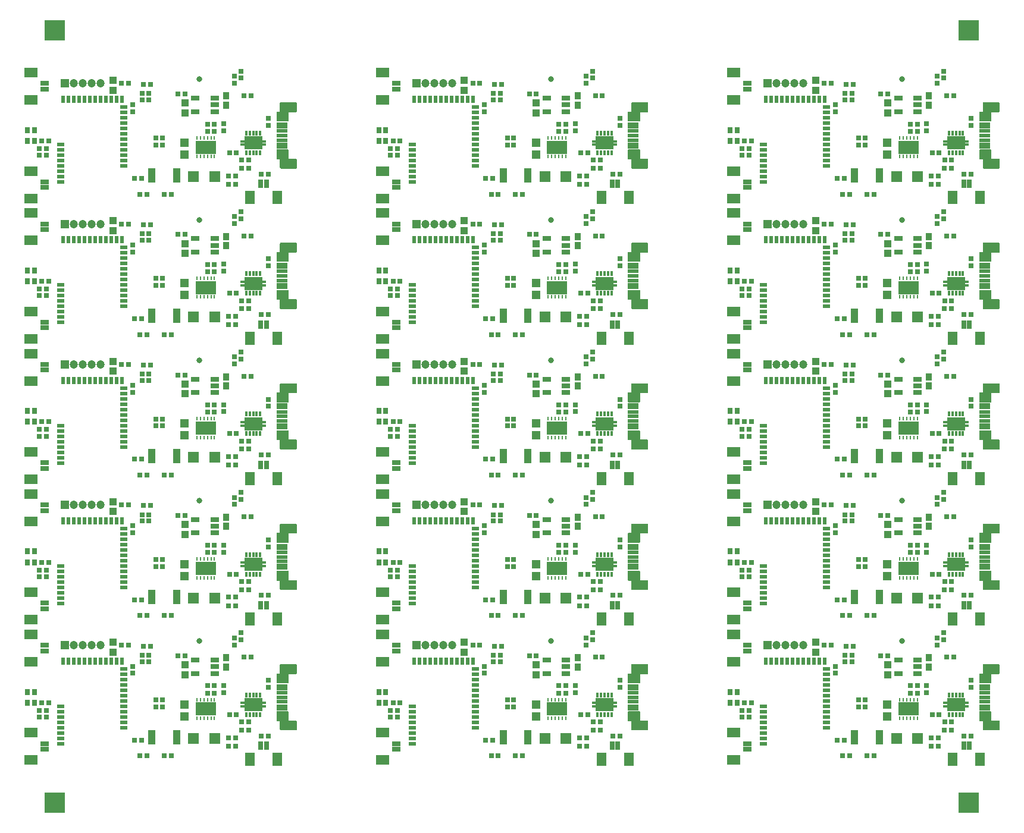
<source format=gts>
G04*
G04 #@! TF.GenerationSoftware,Altium Limited,Altium Designer,19.0.14 (431)*
G04*
G04 Layer_Color=8388736*
%FSLAX44Y44*%
%MOMM*%
G71*
G01*
G75*
%ADD16R,0.2500X0.5500*%
%ADD81R,3.0000X3.0000*%
%ADD82R,0.7032X0.8032*%
%ADD83R,1.1032X2.0032*%
%ADD84R,0.8032X0.7032*%
%ADD85R,1.1032X1.0032*%
%ADD86R,2.9032X1.9032*%
%ADD87R,0.7032X0.9532*%
%ADD88R,0.8532X0.8532*%
%ADD89R,1.5532X0.6032*%
%ADD90R,1.5532X0.8532*%
%ADD91R,1.4032X1.9032*%
%ADD92R,0.7032X1.2032*%
%ADD93R,1.2032X0.4532*%
%ADD94R,2.6032X1.8532*%
%ADD95R,0.4532X0.8032*%
%ADD96R,0.9032X1.1032*%
%ADD97R,1.2032X0.8032*%
%ADD98R,0.6132X1.1132*%
%ADD99R,1.1132X0.6132*%
%ADD100R,1.2032X1.3032*%
%ADD101R,1.5032X1.5032*%
%ADD102R,1.2032X0.7032*%
%ADD103R,1.9032X1.4032*%
%ADD104C,0.8032*%
%ADD105C,1.2032*%
%ADD106R,1.2032X1.2032*%
G36*
X1393097Y947113D02*
X1393227Y947087D01*
X1393353Y947045D01*
X1393473Y946986D01*
X1393584Y946912D01*
X1393684Y946824D01*
X1393772Y946724D01*
X1393846Y946613D01*
X1393905Y946494D01*
X1393947Y946367D01*
X1393973Y946237D01*
X1393982Y946104D01*
Y934104D01*
X1393973Y933971D01*
X1393947Y933840D01*
X1393905Y933714D01*
X1393846Y933595D01*
X1393772Y933484D01*
X1393684Y933384D01*
X1393584Y933296D01*
X1393473Y933222D01*
X1393353Y933163D01*
X1393227Y933120D01*
X1393097Y933094D01*
X1392964Y933086D01*
X1382482D01*
Y921004D01*
X1382473Y920871D01*
X1382447Y920740D01*
X1382404Y920614D01*
X1382346Y920495D01*
X1382272Y920384D01*
X1382184Y920284D01*
X1382084Y920196D01*
X1381973Y920122D01*
X1381853Y920063D01*
X1381727Y920020D01*
X1381597Y919994D01*
X1381464Y919986D01*
X1366164D01*
X1366031Y919994D01*
X1365900Y920020D01*
X1365774Y920063D01*
X1365655Y920122D01*
X1365544Y920196D01*
X1365444Y920284D01*
X1365356Y920384D01*
X1365282Y920495D01*
X1365223Y920614D01*
X1365180Y920740D01*
X1365154Y920871D01*
X1365146Y921004D01*
Y933004D01*
X1365154Y933137D01*
X1365180Y933267D01*
X1365223Y933393D01*
X1365282Y933513D01*
X1365356Y933624D01*
X1365444Y933724D01*
X1365544Y933812D01*
X1365655Y933886D01*
X1365774Y933944D01*
X1365900Y933987D01*
X1366031Y934013D01*
X1366164Y934022D01*
X1370146D01*
Y946104D01*
X1370154Y946237D01*
X1370180Y946367D01*
X1370223Y946494D01*
X1370282Y946613D01*
X1370356Y946724D01*
X1370444Y946824D01*
X1370544Y946912D01*
X1370655Y946986D01*
X1370774Y947045D01*
X1370900Y947087D01*
X1371031Y947113D01*
X1371164Y947122D01*
X1392964D01*
X1393097Y947113D01*
D02*
G37*
G36*
X893097D02*
X893227Y947087D01*
X893353Y947045D01*
X893473Y946986D01*
X893584Y946912D01*
X893684Y946824D01*
X893772Y946724D01*
X893846Y946613D01*
X893904Y946494D01*
X893947Y946367D01*
X893973Y946237D01*
X893982Y946104D01*
Y934104D01*
X893973Y933971D01*
X893947Y933840D01*
X893904Y933714D01*
X893846Y933595D01*
X893772Y933484D01*
X893684Y933384D01*
X893584Y933296D01*
X893473Y933222D01*
X893353Y933163D01*
X893227Y933120D01*
X893097Y933094D01*
X892964Y933086D01*
X882482D01*
Y921004D01*
X882473Y920871D01*
X882447Y920740D01*
X882404Y920614D01*
X882346Y920495D01*
X882272Y920384D01*
X882184Y920284D01*
X882084Y920196D01*
X881973Y920122D01*
X881853Y920063D01*
X881727Y920020D01*
X881597Y919994D01*
X881464Y919986D01*
X866164D01*
X866031Y919994D01*
X865900Y920020D01*
X865774Y920063D01*
X865655Y920122D01*
X865544Y920196D01*
X865444Y920284D01*
X865356Y920384D01*
X865282Y920495D01*
X865223Y920614D01*
X865180Y920740D01*
X865154Y920871D01*
X865146Y921004D01*
Y933004D01*
X865154Y933137D01*
X865180Y933267D01*
X865223Y933393D01*
X865282Y933513D01*
X865356Y933624D01*
X865444Y933724D01*
X865544Y933812D01*
X865655Y933886D01*
X865774Y933944D01*
X865900Y933987D01*
X866031Y934013D01*
X866164Y934022D01*
X870146D01*
Y946104D01*
X870154Y946237D01*
X870180Y946367D01*
X870223Y946494D01*
X870282Y946613D01*
X870356Y946724D01*
X870444Y946824D01*
X870544Y946912D01*
X870655Y946986D01*
X870774Y947045D01*
X870900Y947087D01*
X871031Y947113D01*
X871164Y947122D01*
X892964D01*
X893097Y947113D01*
D02*
G37*
G36*
X393097D02*
X393227Y947087D01*
X393353Y947045D01*
X393473Y946986D01*
X393584Y946912D01*
X393684Y946824D01*
X393772Y946724D01*
X393845Y946613D01*
X393904Y946494D01*
X393947Y946367D01*
X393973Y946237D01*
X393982Y946104D01*
Y934104D01*
X393973Y933971D01*
X393947Y933840D01*
X393904Y933714D01*
X393845Y933595D01*
X393772Y933484D01*
X393684Y933384D01*
X393584Y933296D01*
X393473Y933222D01*
X393353Y933163D01*
X393227Y933120D01*
X393097Y933094D01*
X392964Y933086D01*
X382482D01*
Y921004D01*
X382473Y920871D01*
X382447Y920740D01*
X382405Y920614D01*
X382346Y920495D01*
X382272Y920384D01*
X382184Y920284D01*
X382084Y920196D01*
X381973Y920122D01*
X381853Y920063D01*
X381727Y920020D01*
X381597Y919994D01*
X381464Y919986D01*
X366164D01*
X366031Y919994D01*
X365900Y920020D01*
X365774Y920063D01*
X365655Y920122D01*
X365544Y920196D01*
X365444Y920284D01*
X365356Y920384D01*
X365282Y920495D01*
X365223Y920614D01*
X365180Y920740D01*
X365154Y920871D01*
X365146Y921004D01*
Y933004D01*
X365154Y933137D01*
X365180Y933267D01*
X365223Y933393D01*
X365282Y933513D01*
X365356Y933624D01*
X365444Y933724D01*
X365544Y933812D01*
X365655Y933886D01*
X365774Y933944D01*
X365900Y933987D01*
X366031Y934013D01*
X366164Y934022D01*
X370146D01*
Y946104D01*
X370154Y946237D01*
X370180Y946367D01*
X370223Y946494D01*
X370282Y946613D01*
X370356Y946724D01*
X370444Y946824D01*
X370544Y946912D01*
X370655Y946986D01*
X370774Y947045D01*
X370900Y947087D01*
X371031Y947113D01*
X371164Y947122D01*
X392964D01*
X393097Y947113D01*
D02*
G37*
G36*
X1381597Y880013D02*
X1381727Y879987D01*
X1381853Y879945D01*
X1381973Y879886D01*
X1382084Y879812D01*
X1382184Y879724D01*
X1382272Y879624D01*
X1382346Y879513D01*
X1382404Y879393D01*
X1382447Y879267D01*
X1382473Y879137D01*
X1382482Y879004D01*
Y866922D01*
X1392964Y866922D01*
X1393097Y866913D01*
X1393227Y866887D01*
X1393353Y866844D01*
X1393473Y866786D01*
X1393584Y866712D01*
X1393684Y866624D01*
X1393772Y866524D01*
X1393846Y866413D01*
X1393905Y866293D01*
X1393947Y866167D01*
X1393973Y866037D01*
X1393982Y865904D01*
Y853904D01*
X1393973Y853771D01*
X1393947Y853640D01*
X1393905Y853514D01*
X1393846Y853395D01*
X1393772Y853284D01*
X1393684Y853184D01*
X1393584Y853096D01*
X1393473Y853022D01*
X1393353Y852963D01*
X1393227Y852920D01*
X1393097Y852894D01*
X1392964Y852886D01*
X1371164Y852886D01*
X1371031Y852894D01*
X1370900Y852920D01*
X1370774Y852963D01*
X1370655Y853022D01*
X1370544Y853096D01*
X1370444Y853184D01*
X1370356Y853284D01*
X1370282Y853395D01*
X1370223Y853514D01*
X1370180Y853640D01*
X1370154Y853771D01*
X1370146Y853904D01*
Y865986D01*
X1366164D01*
X1366031Y865994D01*
X1365900Y866020D01*
X1365774Y866063D01*
X1365655Y866122D01*
X1365544Y866196D01*
X1365444Y866284D01*
X1365356Y866384D01*
X1365282Y866495D01*
X1365223Y866614D01*
X1365180Y866740D01*
X1365154Y866871D01*
X1365146Y867004D01*
Y879004D01*
X1365154Y879137D01*
X1365180Y879267D01*
X1365223Y879393D01*
X1365282Y879513D01*
X1365356Y879624D01*
X1365444Y879724D01*
X1365544Y879812D01*
X1365655Y879886D01*
X1365774Y879945D01*
X1365900Y879987D01*
X1366031Y880013D01*
X1366164Y880022D01*
X1381464D01*
X1381597Y880013D01*
D02*
G37*
G36*
X881597D02*
X881727Y879987D01*
X881853Y879945D01*
X881973Y879886D01*
X882084Y879812D01*
X882184Y879724D01*
X882272Y879624D01*
X882346Y879513D01*
X882404Y879393D01*
X882447Y879267D01*
X882473Y879137D01*
X882482Y879004D01*
Y866922D01*
X892964Y866922D01*
X893097Y866913D01*
X893227Y866887D01*
X893353Y866844D01*
X893473Y866786D01*
X893584Y866712D01*
X893684Y866624D01*
X893772Y866524D01*
X893846Y866413D01*
X893904Y866293D01*
X893947Y866167D01*
X893973Y866037D01*
X893982Y865904D01*
Y853904D01*
X893973Y853771D01*
X893947Y853640D01*
X893904Y853514D01*
X893846Y853395D01*
X893772Y853284D01*
X893684Y853184D01*
X893584Y853096D01*
X893473Y853022D01*
X893353Y852963D01*
X893227Y852920D01*
X893097Y852894D01*
X892964Y852886D01*
X871164Y852886D01*
X871031Y852894D01*
X870900Y852920D01*
X870774Y852963D01*
X870655Y853022D01*
X870544Y853096D01*
X870444Y853184D01*
X870356Y853284D01*
X870282Y853395D01*
X870223Y853514D01*
X870180Y853640D01*
X870154Y853771D01*
X870146Y853904D01*
Y865986D01*
X866164D01*
X866031Y865994D01*
X865900Y866020D01*
X865774Y866063D01*
X865655Y866122D01*
X865544Y866196D01*
X865444Y866284D01*
X865356Y866384D01*
X865282Y866495D01*
X865223Y866614D01*
X865180Y866740D01*
X865154Y866871D01*
X865146Y867004D01*
Y879004D01*
X865154Y879137D01*
X865180Y879267D01*
X865223Y879393D01*
X865282Y879513D01*
X865356Y879624D01*
X865444Y879724D01*
X865544Y879812D01*
X865655Y879886D01*
X865774Y879945D01*
X865900Y879987D01*
X866031Y880013D01*
X866164Y880022D01*
X881464D01*
X881597Y880013D01*
D02*
G37*
G36*
X381597D02*
X381727Y879987D01*
X381853Y879945D01*
X381973Y879886D01*
X382084Y879812D01*
X382184Y879724D01*
X382272Y879624D01*
X382346Y879513D01*
X382405Y879393D01*
X382447Y879267D01*
X382473Y879137D01*
X382482Y879004D01*
Y866922D01*
X392964Y866922D01*
X393097Y866913D01*
X393227Y866887D01*
X393353Y866844D01*
X393473Y866786D01*
X393584Y866712D01*
X393684Y866624D01*
X393772Y866524D01*
X393845Y866413D01*
X393904Y866293D01*
X393947Y866167D01*
X393973Y866037D01*
X393982Y865904D01*
Y853904D01*
X393973Y853771D01*
X393947Y853640D01*
X393904Y853514D01*
X393845Y853395D01*
X393772Y853284D01*
X393684Y853184D01*
X393584Y853096D01*
X393473Y853022D01*
X393353Y852963D01*
X393227Y852920D01*
X393097Y852894D01*
X392964Y852886D01*
X371164Y852886D01*
X371031Y852894D01*
X370900Y852920D01*
X370774Y852963D01*
X370655Y853022D01*
X370544Y853096D01*
X370444Y853184D01*
X370356Y853284D01*
X370282Y853395D01*
X370223Y853514D01*
X370180Y853640D01*
X370154Y853771D01*
X370146Y853904D01*
Y865986D01*
X366164D01*
X366031Y865994D01*
X365900Y866020D01*
X365774Y866063D01*
X365655Y866122D01*
X365544Y866196D01*
X365444Y866284D01*
X365356Y866384D01*
X365282Y866495D01*
X365223Y866614D01*
X365180Y866740D01*
X365154Y866871D01*
X365146Y867004D01*
Y879004D01*
X365154Y879137D01*
X365180Y879267D01*
X365223Y879393D01*
X365282Y879513D01*
X365356Y879624D01*
X365444Y879724D01*
X365544Y879812D01*
X365655Y879886D01*
X365774Y879945D01*
X365900Y879987D01*
X366031Y880013D01*
X366164Y880022D01*
X381464D01*
X381597Y880013D01*
D02*
G37*
G36*
X1393097Y747113D02*
X1393227Y747087D01*
X1393353Y747045D01*
X1393473Y746986D01*
X1393584Y746912D01*
X1393684Y746824D01*
X1393772Y746724D01*
X1393846Y746613D01*
X1393905Y746494D01*
X1393947Y746367D01*
X1393973Y746237D01*
X1393982Y746104D01*
Y734104D01*
X1393973Y733971D01*
X1393947Y733840D01*
X1393905Y733714D01*
X1393846Y733595D01*
X1393772Y733484D01*
X1393684Y733384D01*
X1393584Y733296D01*
X1393473Y733222D01*
X1393353Y733163D01*
X1393227Y733120D01*
X1393097Y733094D01*
X1392964Y733086D01*
X1382482D01*
Y721004D01*
X1382473Y720871D01*
X1382447Y720740D01*
X1382404Y720614D01*
X1382346Y720495D01*
X1382272Y720384D01*
X1382184Y720284D01*
X1382084Y720196D01*
X1381973Y720122D01*
X1381853Y720063D01*
X1381727Y720020D01*
X1381597Y719994D01*
X1381464Y719986D01*
X1366164D01*
X1366031Y719994D01*
X1365900Y720020D01*
X1365774Y720063D01*
X1365655Y720122D01*
X1365544Y720196D01*
X1365444Y720284D01*
X1365356Y720384D01*
X1365282Y720495D01*
X1365223Y720614D01*
X1365180Y720740D01*
X1365154Y720871D01*
X1365146Y721004D01*
Y733004D01*
X1365154Y733137D01*
X1365180Y733267D01*
X1365223Y733393D01*
X1365282Y733513D01*
X1365356Y733624D01*
X1365444Y733724D01*
X1365544Y733812D01*
X1365655Y733886D01*
X1365774Y733944D01*
X1365900Y733987D01*
X1366031Y734013D01*
X1366164Y734022D01*
X1370146D01*
Y746104D01*
X1370154Y746237D01*
X1370180Y746367D01*
X1370223Y746494D01*
X1370282Y746613D01*
X1370356Y746724D01*
X1370444Y746824D01*
X1370544Y746912D01*
X1370655Y746986D01*
X1370774Y747045D01*
X1370900Y747087D01*
X1371031Y747113D01*
X1371164Y747122D01*
X1392964D01*
X1393097Y747113D01*
D02*
G37*
G36*
X893097D02*
X893227Y747087D01*
X893353Y747045D01*
X893473Y746986D01*
X893584Y746912D01*
X893684Y746824D01*
X893772Y746724D01*
X893846Y746613D01*
X893904Y746494D01*
X893947Y746367D01*
X893973Y746237D01*
X893982Y746104D01*
Y734104D01*
X893973Y733971D01*
X893947Y733840D01*
X893904Y733714D01*
X893846Y733595D01*
X893772Y733484D01*
X893684Y733384D01*
X893584Y733296D01*
X893473Y733222D01*
X893353Y733163D01*
X893227Y733120D01*
X893097Y733094D01*
X892964Y733086D01*
X882482D01*
Y721004D01*
X882473Y720871D01*
X882447Y720740D01*
X882404Y720614D01*
X882346Y720495D01*
X882272Y720384D01*
X882184Y720284D01*
X882084Y720196D01*
X881973Y720122D01*
X881853Y720063D01*
X881727Y720020D01*
X881597Y719994D01*
X881464Y719986D01*
X866164D01*
X866031Y719994D01*
X865900Y720020D01*
X865774Y720063D01*
X865655Y720122D01*
X865544Y720196D01*
X865444Y720284D01*
X865356Y720384D01*
X865282Y720495D01*
X865223Y720614D01*
X865180Y720740D01*
X865154Y720871D01*
X865146Y721004D01*
Y733004D01*
X865154Y733137D01*
X865180Y733267D01*
X865223Y733393D01*
X865282Y733513D01*
X865356Y733624D01*
X865444Y733724D01*
X865544Y733812D01*
X865655Y733886D01*
X865774Y733944D01*
X865900Y733987D01*
X866031Y734013D01*
X866164Y734022D01*
X870146D01*
Y746104D01*
X870154Y746237D01*
X870180Y746367D01*
X870223Y746494D01*
X870282Y746613D01*
X870356Y746724D01*
X870444Y746824D01*
X870544Y746912D01*
X870655Y746986D01*
X870774Y747045D01*
X870900Y747087D01*
X871031Y747113D01*
X871164Y747122D01*
X892964D01*
X893097Y747113D01*
D02*
G37*
G36*
X393097D02*
X393227Y747087D01*
X393353Y747045D01*
X393473Y746986D01*
X393584Y746912D01*
X393684Y746824D01*
X393772Y746724D01*
X393845Y746613D01*
X393904Y746494D01*
X393947Y746367D01*
X393973Y746237D01*
X393982Y746104D01*
Y734104D01*
X393973Y733971D01*
X393947Y733840D01*
X393904Y733714D01*
X393845Y733595D01*
X393772Y733484D01*
X393684Y733384D01*
X393584Y733296D01*
X393473Y733222D01*
X393353Y733163D01*
X393227Y733120D01*
X393097Y733094D01*
X392964Y733086D01*
X382482D01*
Y721004D01*
X382473Y720871D01*
X382447Y720740D01*
X382405Y720614D01*
X382346Y720495D01*
X382272Y720384D01*
X382184Y720284D01*
X382084Y720196D01*
X381973Y720122D01*
X381853Y720063D01*
X381727Y720020D01*
X381597Y719994D01*
X381464Y719986D01*
X366164D01*
X366031Y719994D01*
X365900Y720020D01*
X365774Y720063D01*
X365655Y720122D01*
X365544Y720196D01*
X365444Y720284D01*
X365356Y720384D01*
X365282Y720495D01*
X365223Y720614D01*
X365180Y720740D01*
X365154Y720871D01*
X365146Y721004D01*
Y733004D01*
X365154Y733137D01*
X365180Y733267D01*
X365223Y733393D01*
X365282Y733513D01*
X365356Y733624D01*
X365444Y733724D01*
X365544Y733812D01*
X365655Y733886D01*
X365774Y733944D01*
X365900Y733987D01*
X366031Y734013D01*
X366164Y734022D01*
X370146D01*
Y746104D01*
X370154Y746237D01*
X370180Y746367D01*
X370223Y746494D01*
X370282Y746613D01*
X370356Y746724D01*
X370444Y746824D01*
X370544Y746912D01*
X370655Y746986D01*
X370774Y747045D01*
X370900Y747087D01*
X371031Y747113D01*
X371164Y747122D01*
X392964D01*
X393097Y747113D01*
D02*
G37*
G36*
X1381597Y680013D02*
X1381727Y679987D01*
X1381853Y679945D01*
X1381973Y679886D01*
X1382084Y679812D01*
X1382184Y679724D01*
X1382272Y679624D01*
X1382346Y679513D01*
X1382404Y679393D01*
X1382447Y679267D01*
X1382473Y679137D01*
X1382482Y679004D01*
Y666922D01*
X1392964Y666922D01*
X1393097Y666913D01*
X1393227Y666887D01*
X1393353Y666844D01*
X1393473Y666786D01*
X1393584Y666712D01*
X1393684Y666624D01*
X1393772Y666524D01*
X1393846Y666413D01*
X1393905Y666293D01*
X1393947Y666167D01*
X1393973Y666037D01*
X1393982Y665904D01*
Y653904D01*
X1393973Y653771D01*
X1393947Y653640D01*
X1393905Y653514D01*
X1393846Y653395D01*
X1393772Y653284D01*
X1393684Y653184D01*
X1393584Y653096D01*
X1393473Y653022D01*
X1393353Y652963D01*
X1393227Y652920D01*
X1393097Y652894D01*
X1392964Y652886D01*
X1371164Y652886D01*
X1371031Y652894D01*
X1370900Y652920D01*
X1370774Y652963D01*
X1370655Y653022D01*
X1370544Y653096D01*
X1370444Y653184D01*
X1370356Y653284D01*
X1370282Y653395D01*
X1370223Y653514D01*
X1370180Y653640D01*
X1370154Y653771D01*
X1370146Y653904D01*
Y665986D01*
X1366164D01*
X1366031Y665994D01*
X1365900Y666020D01*
X1365774Y666063D01*
X1365655Y666122D01*
X1365544Y666196D01*
X1365444Y666284D01*
X1365356Y666384D01*
X1365282Y666495D01*
X1365223Y666614D01*
X1365180Y666740D01*
X1365154Y666871D01*
X1365146Y667004D01*
Y679004D01*
X1365154Y679137D01*
X1365180Y679267D01*
X1365223Y679393D01*
X1365282Y679513D01*
X1365356Y679624D01*
X1365444Y679724D01*
X1365544Y679812D01*
X1365655Y679886D01*
X1365774Y679945D01*
X1365900Y679987D01*
X1366031Y680013D01*
X1366164Y680022D01*
X1381464D01*
X1381597Y680013D01*
D02*
G37*
G36*
X881597D02*
X881727Y679987D01*
X881853Y679945D01*
X881973Y679886D01*
X882084Y679812D01*
X882184Y679724D01*
X882272Y679624D01*
X882346Y679513D01*
X882404Y679393D01*
X882447Y679267D01*
X882473Y679137D01*
X882482Y679004D01*
Y666922D01*
X892964Y666922D01*
X893097Y666913D01*
X893227Y666887D01*
X893353Y666844D01*
X893473Y666786D01*
X893584Y666712D01*
X893684Y666624D01*
X893772Y666524D01*
X893846Y666413D01*
X893904Y666293D01*
X893947Y666167D01*
X893973Y666037D01*
X893982Y665904D01*
Y653904D01*
X893973Y653771D01*
X893947Y653640D01*
X893904Y653514D01*
X893846Y653395D01*
X893772Y653284D01*
X893684Y653184D01*
X893584Y653096D01*
X893473Y653022D01*
X893353Y652963D01*
X893227Y652920D01*
X893097Y652894D01*
X892964Y652886D01*
X871164Y652886D01*
X871031Y652894D01*
X870900Y652920D01*
X870774Y652963D01*
X870655Y653022D01*
X870544Y653096D01*
X870444Y653184D01*
X870356Y653284D01*
X870282Y653395D01*
X870223Y653514D01*
X870180Y653640D01*
X870154Y653771D01*
X870146Y653904D01*
Y665986D01*
X866164D01*
X866031Y665994D01*
X865900Y666020D01*
X865774Y666063D01*
X865655Y666122D01*
X865544Y666196D01*
X865444Y666284D01*
X865356Y666384D01*
X865282Y666495D01*
X865223Y666614D01*
X865180Y666740D01*
X865154Y666871D01*
X865146Y667004D01*
Y679004D01*
X865154Y679137D01*
X865180Y679267D01*
X865223Y679393D01*
X865282Y679513D01*
X865356Y679624D01*
X865444Y679724D01*
X865544Y679812D01*
X865655Y679886D01*
X865774Y679945D01*
X865900Y679987D01*
X866031Y680013D01*
X866164Y680022D01*
X881464D01*
X881597Y680013D01*
D02*
G37*
G36*
X381597D02*
X381727Y679987D01*
X381853Y679945D01*
X381973Y679886D01*
X382084Y679812D01*
X382184Y679724D01*
X382272Y679624D01*
X382346Y679513D01*
X382405Y679393D01*
X382447Y679267D01*
X382473Y679137D01*
X382482Y679004D01*
Y666922D01*
X392964Y666922D01*
X393097Y666913D01*
X393227Y666887D01*
X393353Y666844D01*
X393473Y666786D01*
X393584Y666712D01*
X393684Y666624D01*
X393772Y666524D01*
X393845Y666413D01*
X393904Y666293D01*
X393947Y666167D01*
X393973Y666037D01*
X393982Y665904D01*
Y653904D01*
X393973Y653771D01*
X393947Y653640D01*
X393904Y653514D01*
X393845Y653395D01*
X393772Y653284D01*
X393684Y653184D01*
X393584Y653096D01*
X393473Y653022D01*
X393353Y652963D01*
X393227Y652920D01*
X393097Y652894D01*
X392964Y652886D01*
X371164Y652886D01*
X371031Y652894D01*
X370900Y652920D01*
X370774Y652963D01*
X370655Y653022D01*
X370544Y653096D01*
X370444Y653184D01*
X370356Y653284D01*
X370282Y653395D01*
X370223Y653514D01*
X370180Y653640D01*
X370154Y653771D01*
X370146Y653904D01*
Y665986D01*
X366164D01*
X366031Y665994D01*
X365900Y666020D01*
X365774Y666063D01*
X365655Y666122D01*
X365544Y666196D01*
X365444Y666284D01*
X365356Y666384D01*
X365282Y666495D01*
X365223Y666614D01*
X365180Y666740D01*
X365154Y666871D01*
X365146Y667004D01*
Y679004D01*
X365154Y679137D01*
X365180Y679267D01*
X365223Y679393D01*
X365282Y679513D01*
X365356Y679624D01*
X365444Y679724D01*
X365544Y679812D01*
X365655Y679886D01*
X365774Y679945D01*
X365900Y679987D01*
X366031Y680013D01*
X366164Y680022D01*
X381464D01*
X381597Y680013D01*
D02*
G37*
G36*
X1393097Y547113D02*
X1393227Y547087D01*
X1393353Y547044D01*
X1393473Y546986D01*
X1393584Y546912D01*
X1393684Y546824D01*
X1393772Y546724D01*
X1393846Y546613D01*
X1393905Y546493D01*
X1393947Y546367D01*
X1393973Y546237D01*
X1393982Y546104D01*
Y534104D01*
X1393973Y533971D01*
X1393947Y533840D01*
X1393905Y533714D01*
X1393846Y533595D01*
X1393772Y533484D01*
X1393684Y533384D01*
X1393584Y533296D01*
X1393473Y533222D01*
X1393353Y533163D01*
X1393227Y533120D01*
X1393097Y533094D01*
X1392964Y533086D01*
X1382482D01*
Y521004D01*
X1382473Y520871D01*
X1382447Y520740D01*
X1382404Y520614D01*
X1382346Y520495D01*
X1382272Y520384D01*
X1382184Y520284D01*
X1382084Y520196D01*
X1381973Y520122D01*
X1381853Y520063D01*
X1381727Y520020D01*
X1381597Y519994D01*
X1381464Y519986D01*
X1366164D01*
X1366031Y519994D01*
X1365900Y520020D01*
X1365774Y520063D01*
X1365655Y520122D01*
X1365544Y520196D01*
X1365444Y520284D01*
X1365356Y520384D01*
X1365282Y520495D01*
X1365223Y520614D01*
X1365180Y520740D01*
X1365154Y520871D01*
X1365146Y521004D01*
Y533004D01*
X1365154Y533137D01*
X1365180Y533267D01*
X1365223Y533393D01*
X1365282Y533513D01*
X1365356Y533624D01*
X1365444Y533724D01*
X1365544Y533812D01*
X1365655Y533886D01*
X1365774Y533945D01*
X1365900Y533987D01*
X1366031Y534013D01*
X1366164Y534022D01*
X1370146D01*
Y546104D01*
X1370154Y546237D01*
X1370180Y546367D01*
X1370223Y546493D01*
X1370282Y546613D01*
X1370356Y546724D01*
X1370444Y546824D01*
X1370544Y546912D01*
X1370655Y546986D01*
X1370774Y547044D01*
X1370900Y547087D01*
X1371031Y547113D01*
X1371164Y547122D01*
X1392964D01*
X1393097Y547113D01*
D02*
G37*
G36*
X893097D02*
X893227Y547087D01*
X893353Y547044D01*
X893473Y546986D01*
X893584Y546912D01*
X893684Y546824D01*
X893772Y546724D01*
X893846Y546613D01*
X893904Y546493D01*
X893947Y546367D01*
X893973Y546237D01*
X893982Y546104D01*
Y534104D01*
X893973Y533971D01*
X893947Y533840D01*
X893904Y533714D01*
X893846Y533595D01*
X893772Y533484D01*
X893684Y533384D01*
X893584Y533296D01*
X893473Y533222D01*
X893353Y533163D01*
X893227Y533120D01*
X893097Y533094D01*
X892964Y533086D01*
X882482D01*
Y521004D01*
X882473Y520871D01*
X882447Y520740D01*
X882404Y520614D01*
X882346Y520495D01*
X882272Y520384D01*
X882184Y520284D01*
X882084Y520196D01*
X881973Y520122D01*
X881853Y520063D01*
X881727Y520020D01*
X881597Y519994D01*
X881464Y519986D01*
X866164D01*
X866031Y519994D01*
X865900Y520020D01*
X865774Y520063D01*
X865655Y520122D01*
X865544Y520196D01*
X865444Y520284D01*
X865356Y520384D01*
X865282Y520495D01*
X865223Y520614D01*
X865180Y520740D01*
X865154Y520871D01*
X865146Y521004D01*
Y533004D01*
X865154Y533137D01*
X865180Y533267D01*
X865223Y533393D01*
X865282Y533513D01*
X865356Y533624D01*
X865444Y533724D01*
X865544Y533812D01*
X865655Y533886D01*
X865774Y533945D01*
X865900Y533987D01*
X866031Y534013D01*
X866164Y534022D01*
X870146D01*
Y546104D01*
X870154Y546237D01*
X870180Y546367D01*
X870223Y546493D01*
X870282Y546613D01*
X870356Y546724D01*
X870444Y546824D01*
X870544Y546912D01*
X870655Y546986D01*
X870774Y547044D01*
X870900Y547087D01*
X871031Y547113D01*
X871164Y547122D01*
X892964D01*
X893097Y547113D01*
D02*
G37*
G36*
X393097D02*
X393227Y547087D01*
X393353Y547044D01*
X393473Y546986D01*
X393584Y546912D01*
X393684Y546824D01*
X393772Y546724D01*
X393845Y546613D01*
X393904Y546493D01*
X393947Y546367D01*
X393973Y546237D01*
X393982Y546104D01*
Y534104D01*
X393973Y533971D01*
X393947Y533840D01*
X393904Y533714D01*
X393845Y533595D01*
X393772Y533484D01*
X393684Y533384D01*
X393584Y533296D01*
X393473Y533222D01*
X393353Y533163D01*
X393227Y533120D01*
X393097Y533094D01*
X392964Y533086D01*
X382482D01*
Y521004D01*
X382473Y520871D01*
X382447Y520740D01*
X382405Y520614D01*
X382346Y520495D01*
X382272Y520384D01*
X382184Y520284D01*
X382084Y520196D01*
X381973Y520122D01*
X381853Y520063D01*
X381727Y520020D01*
X381597Y519994D01*
X381464Y519986D01*
X366164D01*
X366031Y519994D01*
X365900Y520020D01*
X365774Y520063D01*
X365655Y520122D01*
X365544Y520196D01*
X365444Y520284D01*
X365356Y520384D01*
X365282Y520495D01*
X365223Y520614D01*
X365180Y520740D01*
X365154Y520871D01*
X365146Y521004D01*
Y533004D01*
X365154Y533137D01*
X365180Y533267D01*
X365223Y533393D01*
X365282Y533513D01*
X365356Y533624D01*
X365444Y533724D01*
X365544Y533812D01*
X365655Y533886D01*
X365774Y533945D01*
X365900Y533987D01*
X366031Y534013D01*
X366164Y534022D01*
X370146D01*
Y546104D01*
X370154Y546237D01*
X370180Y546367D01*
X370223Y546493D01*
X370282Y546613D01*
X370356Y546724D01*
X370444Y546824D01*
X370544Y546912D01*
X370655Y546986D01*
X370774Y547044D01*
X370900Y547087D01*
X371031Y547113D01*
X371164Y547122D01*
X392964D01*
X393097Y547113D01*
D02*
G37*
G36*
X1381597Y480013D02*
X1381727Y479987D01*
X1381853Y479944D01*
X1381973Y479886D01*
X1382084Y479812D01*
X1382184Y479724D01*
X1382272Y479624D01*
X1382346Y479513D01*
X1382404Y479393D01*
X1382447Y479267D01*
X1382473Y479137D01*
X1382482Y479004D01*
Y466922D01*
X1392964Y466922D01*
X1393097Y466913D01*
X1393227Y466887D01*
X1393353Y466844D01*
X1393473Y466786D01*
X1393584Y466712D01*
X1393684Y466624D01*
X1393772Y466524D01*
X1393846Y466413D01*
X1393905Y466293D01*
X1393947Y466167D01*
X1393973Y466037D01*
X1393982Y465904D01*
Y453904D01*
X1393973Y453771D01*
X1393947Y453640D01*
X1393905Y453514D01*
X1393846Y453395D01*
X1393772Y453284D01*
X1393684Y453184D01*
X1393584Y453096D01*
X1393473Y453022D01*
X1393353Y452963D01*
X1393227Y452920D01*
X1393097Y452894D01*
X1392964Y452886D01*
X1371164Y452886D01*
X1371031Y452894D01*
X1370900Y452920D01*
X1370774Y452963D01*
X1370655Y453022D01*
X1370544Y453096D01*
X1370444Y453184D01*
X1370356Y453284D01*
X1370282Y453395D01*
X1370223Y453514D01*
X1370180Y453640D01*
X1370154Y453771D01*
X1370146Y453904D01*
Y465986D01*
X1366164D01*
X1366031Y465994D01*
X1365900Y466020D01*
X1365774Y466063D01*
X1365655Y466122D01*
X1365544Y466196D01*
X1365444Y466284D01*
X1365356Y466384D01*
X1365282Y466495D01*
X1365223Y466614D01*
X1365180Y466740D01*
X1365154Y466871D01*
X1365146Y467004D01*
Y479004D01*
X1365154Y479137D01*
X1365180Y479267D01*
X1365223Y479393D01*
X1365282Y479513D01*
X1365356Y479624D01*
X1365444Y479724D01*
X1365544Y479812D01*
X1365655Y479886D01*
X1365774Y479944D01*
X1365900Y479987D01*
X1366031Y480013D01*
X1366164Y480022D01*
X1381464D01*
X1381597Y480013D01*
D02*
G37*
G36*
X881597D02*
X881727Y479987D01*
X881853Y479944D01*
X881973Y479886D01*
X882084Y479812D01*
X882184Y479724D01*
X882272Y479624D01*
X882346Y479513D01*
X882404Y479393D01*
X882447Y479267D01*
X882473Y479137D01*
X882482Y479004D01*
Y466922D01*
X892964Y466922D01*
X893097Y466913D01*
X893227Y466887D01*
X893353Y466844D01*
X893473Y466786D01*
X893584Y466712D01*
X893684Y466624D01*
X893772Y466524D01*
X893846Y466413D01*
X893904Y466293D01*
X893947Y466167D01*
X893973Y466037D01*
X893982Y465904D01*
Y453904D01*
X893973Y453771D01*
X893947Y453640D01*
X893904Y453514D01*
X893846Y453395D01*
X893772Y453284D01*
X893684Y453184D01*
X893584Y453096D01*
X893473Y453022D01*
X893353Y452963D01*
X893227Y452920D01*
X893097Y452894D01*
X892964Y452886D01*
X871164Y452886D01*
X871031Y452894D01*
X870900Y452920D01*
X870774Y452963D01*
X870655Y453022D01*
X870544Y453096D01*
X870444Y453184D01*
X870356Y453284D01*
X870282Y453395D01*
X870223Y453514D01*
X870180Y453640D01*
X870154Y453771D01*
X870146Y453904D01*
Y465986D01*
X866164D01*
X866031Y465994D01*
X865900Y466020D01*
X865774Y466063D01*
X865655Y466122D01*
X865544Y466196D01*
X865444Y466284D01*
X865356Y466384D01*
X865282Y466495D01*
X865223Y466614D01*
X865180Y466740D01*
X865154Y466871D01*
X865146Y467004D01*
Y479004D01*
X865154Y479137D01*
X865180Y479267D01*
X865223Y479393D01*
X865282Y479513D01*
X865356Y479624D01*
X865444Y479724D01*
X865544Y479812D01*
X865655Y479886D01*
X865774Y479944D01*
X865900Y479987D01*
X866031Y480013D01*
X866164Y480022D01*
X881464D01*
X881597Y480013D01*
D02*
G37*
G36*
X381597D02*
X381727Y479987D01*
X381853Y479944D01*
X381973Y479886D01*
X382084Y479812D01*
X382184Y479724D01*
X382272Y479624D01*
X382346Y479513D01*
X382405Y479393D01*
X382447Y479267D01*
X382473Y479137D01*
X382482Y479004D01*
Y466922D01*
X392964Y466922D01*
X393097Y466913D01*
X393227Y466887D01*
X393353Y466844D01*
X393473Y466786D01*
X393584Y466712D01*
X393684Y466624D01*
X393772Y466524D01*
X393845Y466413D01*
X393904Y466293D01*
X393947Y466167D01*
X393973Y466037D01*
X393982Y465904D01*
Y453904D01*
X393973Y453771D01*
X393947Y453640D01*
X393904Y453514D01*
X393845Y453395D01*
X393772Y453284D01*
X393684Y453184D01*
X393584Y453096D01*
X393473Y453022D01*
X393353Y452963D01*
X393227Y452920D01*
X393097Y452894D01*
X392964Y452886D01*
X371164Y452886D01*
X371031Y452894D01*
X370900Y452920D01*
X370774Y452963D01*
X370655Y453022D01*
X370544Y453096D01*
X370444Y453184D01*
X370356Y453284D01*
X370282Y453395D01*
X370223Y453514D01*
X370180Y453640D01*
X370154Y453771D01*
X370146Y453904D01*
Y465986D01*
X366164D01*
X366031Y465994D01*
X365900Y466020D01*
X365774Y466063D01*
X365655Y466122D01*
X365544Y466196D01*
X365444Y466284D01*
X365356Y466384D01*
X365282Y466495D01*
X365223Y466614D01*
X365180Y466740D01*
X365154Y466871D01*
X365146Y467004D01*
Y479004D01*
X365154Y479137D01*
X365180Y479267D01*
X365223Y479393D01*
X365282Y479513D01*
X365356Y479624D01*
X365444Y479724D01*
X365544Y479812D01*
X365655Y479886D01*
X365774Y479944D01*
X365900Y479987D01*
X366031Y480013D01*
X366164Y480022D01*
X381464D01*
X381597Y480013D01*
D02*
G37*
G36*
X1393097Y347113D02*
X1393227Y347087D01*
X1393353Y347044D01*
X1393473Y346986D01*
X1393584Y346912D01*
X1393684Y346824D01*
X1393772Y346724D01*
X1393846Y346613D01*
X1393905Y346493D01*
X1393947Y346367D01*
X1393973Y346237D01*
X1393982Y346104D01*
Y334104D01*
X1393973Y333971D01*
X1393947Y333840D01*
X1393905Y333714D01*
X1393846Y333595D01*
X1393772Y333484D01*
X1393684Y333384D01*
X1393584Y333296D01*
X1393473Y333222D01*
X1393353Y333163D01*
X1393227Y333120D01*
X1393097Y333094D01*
X1392964Y333086D01*
X1382482D01*
Y321004D01*
X1382473Y320871D01*
X1382447Y320740D01*
X1382404Y320614D01*
X1382346Y320495D01*
X1382272Y320384D01*
X1382184Y320284D01*
X1382084Y320196D01*
X1381973Y320122D01*
X1381853Y320063D01*
X1381727Y320020D01*
X1381597Y319994D01*
X1381464Y319986D01*
X1366164D01*
X1366031Y319994D01*
X1365900Y320020D01*
X1365774Y320063D01*
X1365655Y320122D01*
X1365544Y320196D01*
X1365444Y320284D01*
X1365356Y320384D01*
X1365282Y320495D01*
X1365223Y320614D01*
X1365180Y320740D01*
X1365154Y320871D01*
X1365146Y321004D01*
Y333004D01*
X1365154Y333137D01*
X1365180Y333267D01*
X1365223Y333393D01*
X1365282Y333513D01*
X1365356Y333624D01*
X1365444Y333724D01*
X1365544Y333812D01*
X1365655Y333886D01*
X1365774Y333945D01*
X1365900Y333987D01*
X1366031Y334013D01*
X1366164Y334022D01*
X1370146D01*
Y346104D01*
X1370154Y346237D01*
X1370180Y346367D01*
X1370223Y346493D01*
X1370282Y346613D01*
X1370356Y346724D01*
X1370444Y346824D01*
X1370544Y346912D01*
X1370655Y346986D01*
X1370774Y347044D01*
X1370900Y347087D01*
X1371031Y347113D01*
X1371164Y347122D01*
X1392964D01*
X1393097Y347113D01*
D02*
G37*
G36*
X893097D02*
X893227Y347087D01*
X893353Y347044D01*
X893473Y346986D01*
X893584Y346912D01*
X893684Y346824D01*
X893772Y346724D01*
X893846Y346613D01*
X893904Y346493D01*
X893947Y346367D01*
X893973Y346237D01*
X893982Y346104D01*
Y334104D01*
X893973Y333971D01*
X893947Y333840D01*
X893904Y333714D01*
X893846Y333595D01*
X893772Y333484D01*
X893684Y333384D01*
X893584Y333296D01*
X893473Y333222D01*
X893353Y333163D01*
X893227Y333120D01*
X893097Y333094D01*
X892964Y333086D01*
X882482D01*
Y321004D01*
X882473Y320871D01*
X882447Y320740D01*
X882404Y320614D01*
X882346Y320495D01*
X882272Y320384D01*
X882184Y320284D01*
X882084Y320196D01*
X881973Y320122D01*
X881853Y320063D01*
X881727Y320020D01*
X881597Y319994D01*
X881464Y319986D01*
X866164D01*
X866031Y319994D01*
X865900Y320020D01*
X865774Y320063D01*
X865655Y320122D01*
X865544Y320196D01*
X865444Y320284D01*
X865356Y320384D01*
X865282Y320495D01*
X865223Y320614D01*
X865180Y320740D01*
X865154Y320871D01*
X865146Y321004D01*
Y333004D01*
X865154Y333137D01*
X865180Y333267D01*
X865223Y333393D01*
X865282Y333513D01*
X865356Y333624D01*
X865444Y333724D01*
X865544Y333812D01*
X865655Y333886D01*
X865774Y333945D01*
X865900Y333987D01*
X866031Y334013D01*
X866164Y334022D01*
X870146D01*
Y346104D01*
X870154Y346237D01*
X870180Y346367D01*
X870223Y346493D01*
X870282Y346613D01*
X870356Y346724D01*
X870444Y346824D01*
X870544Y346912D01*
X870655Y346986D01*
X870774Y347044D01*
X870900Y347087D01*
X871031Y347113D01*
X871164Y347122D01*
X892964D01*
X893097Y347113D01*
D02*
G37*
G36*
X393097D02*
X393227Y347087D01*
X393353Y347044D01*
X393473Y346986D01*
X393584Y346912D01*
X393684Y346824D01*
X393772Y346724D01*
X393845Y346613D01*
X393904Y346493D01*
X393947Y346367D01*
X393973Y346237D01*
X393982Y346104D01*
Y334104D01*
X393973Y333971D01*
X393947Y333840D01*
X393904Y333714D01*
X393845Y333595D01*
X393772Y333484D01*
X393684Y333384D01*
X393584Y333296D01*
X393473Y333222D01*
X393353Y333163D01*
X393227Y333120D01*
X393097Y333094D01*
X392964Y333086D01*
X382482D01*
Y321004D01*
X382473Y320871D01*
X382447Y320740D01*
X382405Y320614D01*
X382346Y320495D01*
X382272Y320384D01*
X382184Y320284D01*
X382084Y320196D01*
X381973Y320122D01*
X381853Y320063D01*
X381727Y320020D01*
X381597Y319994D01*
X381464Y319986D01*
X366164D01*
X366031Y319994D01*
X365900Y320020D01*
X365774Y320063D01*
X365655Y320122D01*
X365544Y320196D01*
X365444Y320284D01*
X365356Y320384D01*
X365282Y320495D01*
X365223Y320614D01*
X365180Y320740D01*
X365154Y320871D01*
X365146Y321004D01*
Y333004D01*
X365154Y333137D01*
X365180Y333267D01*
X365223Y333393D01*
X365282Y333513D01*
X365356Y333624D01*
X365444Y333724D01*
X365544Y333812D01*
X365655Y333886D01*
X365774Y333945D01*
X365900Y333987D01*
X366031Y334013D01*
X366164Y334022D01*
X370146D01*
Y346104D01*
X370154Y346237D01*
X370180Y346367D01*
X370223Y346493D01*
X370282Y346613D01*
X370356Y346724D01*
X370444Y346824D01*
X370544Y346912D01*
X370655Y346986D01*
X370774Y347044D01*
X370900Y347087D01*
X371031Y347113D01*
X371164Y347122D01*
X392964D01*
X393097Y347113D01*
D02*
G37*
G36*
X1381597Y280013D02*
X1381727Y279987D01*
X1381853Y279944D01*
X1381973Y279886D01*
X1382084Y279812D01*
X1382184Y279724D01*
X1382272Y279624D01*
X1382346Y279513D01*
X1382404Y279393D01*
X1382447Y279267D01*
X1382473Y279137D01*
X1382482Y279004D01*
Y266922D01*
X1392964Y266922D01*
X1393097Y266913D01*
X1393227Y266887D01*
X1393353Y266845D01*
X1393473Y266786D01*
X1393584Y266712D01*
X1393684Y266624D01*
X1393772Y266524D01*
X1393846Y266413D01*
X1393905Y266293D01*
X1393947Y266167D01*
X1393973Y266037D01*
X1393982Y265904D01*
Y253904D01*
X1393973Y253771D01*
X1393947Y253640D01*
X1393905Y253514D01*
X1393846Y253395D01*
X1393772Y253284D01*
X1393684Y253184D01*
X1393584Y253096D01*
X1393473Y253022D01*
X1393353Y252963D01*
X1393227Y252920D01*
X1393097Y252894D01*
X1392964Y252886D01*
X1371164Y252886D01*
X1371031Y252894D01*
X1370900Y252920D01*
X1370774Y252963D01*
X1370655Y253022D01*
X1370544Y253096D01*
X1370444Y253184D01*
X1370356Y253284D01*
X1370282Y253395D01*
X1370223Y253514D01*
X1370180Y253640D01*
X1370154Y253771D01*
X1370146Y253904D01*
Y265986D01*
X1366164D01*
X1366031Y265994D01*
X1365900Y266020D01*
X1365774Y266063D01*
X1365655Y266122D01*
X1365544Y266196D01*
X1365444Y266284D01*
X1365356Y266384D01*
X1365282Y266495D01*
X1365223Y266614D01*
X1365180Y266740D01*
X1365154Y266871D01*
X1365146Y267004D01*
Y279004D01*
X1365154Y279137D01*
X1365180Y279267D01*
X1365223Y279393D01*
X1365282Y279513D01*
X1365356Y279624D01*
X1365444Y279724D01*
X1365544Y279812D01*
X1365655Y279886D01*
X1365774Y279944D01*
X1365900Y279987D01*
X1366031Y280013D01*
X1366164Y280022D01*
X1381464D01*
X1381597Y280013D01*
D02*
G37*
G36*
X881597D02*
X881727Y279987D01*
X881853Y279944D01*
X881973Y279886D01*
X882084Y279812D01*
X882184Y279724D01*
X882272Y279624D01*
X882346Y279513D01*
X882404Y279393D01*
X882447Y279267D01*
X882473Y279137D01*
X882482Y279004D01*
Y266922D01*
X892964Y266922D01*
X893097Y266913D01*
X893227Y266887D01*
X893353Y266845D01*
X893473Y266786D01*
X893584Y266712D01*
X893684Y266624D01*
X893772Y266524D01*
X893846Y266413D01*
X893904Y266293D01*
X893947Y266167D01*
X893973Y266037D01*
X893982Y265904D01*
Y253904D01*
X893973Y253771D01*
X893947Y253640D01*
X893904Y253514D01*
X893846Y253395D01*
X893772Y253284D01*
X893684Y253184D01*
X893584Y253096D01*
X893473Y253022D01*
X893353Y252963D01*
X893227Y252920D01*
X893097Y252894D01*
X892964Y252886D01*
X871164Y252886D01*
X871031Y252894D01*
X870900Y252920D01*
X870774Y252963D01*
X870655Y253022D01*
X870544Y253096D01*
X870444Y253184D01*
X870356Y253284D01*
X870282Y253395D01*
X870223Y253514D01*
X870180Y253640D01*
X870154Y253771D01*
X870146Y253904D01*
Y265986D01*
X866164D01*
X866031Y265994D01*
X865900Y266020D01*
X865774Y266063D01*
X865655Y266122D01*
X865544Y266196D01*
X865444Y266284D01*
X865356Y266384D01*
X865282Y266495D01*
X865223Y266614D01*
X865180Y266740D01*
X865154Y266871D01*
X865146Y267004D01*
Y279004D01*
X865154Y279137D01*
X865180Y279267D01*
X865223Y279393D01*
X865282Y279513D01*
X865356Y279624D01*
X865444Y279724D01*
X865544Y279812D01*
X865655Y279886D01*
X865774Y279944D01*
X865900Y279987D01*
X866031Y280013D01*
X866164Y280022D01*
X881464D01*
X881597Y280013D01*
D02*
G37*
G36*
X381597D02*
X381727Y279987D01*
X381853Y279944D01*
X381973Y279886D01*
X382084Y279812D01*
X382184Y279724D01*
X382272Y279624D01*
X382346Y279513D01*
X382405Y279393D01*
X382447Y279267D01*
X382473Y279137D01*
X382482Y279004D01*
Y266922D01*
X392964Y266922D01*
X393097Y266913D01*
X393227Y266887D01*
X393353Y266845D01*
X393473Y266786D01*
X393584Y266712D01*
X393684Y266624D01*
X393772Y266524D01*
X393845Y266413D01*
X393904Y266293D01*
X393947Y266167D01*
X393973Y266037D01*
X393982Y265904D01*
Y253904D01*
X393973Y253771D01*
X393947Y253640D01*
X393904Y253514D01*
X393845Y253395D01*
X393772Y253284D01*
X393684Y253184D01*
X393584Y253096D01*
X393473Y253022D01*
X393353Y252963D01*
X393227Y252920D01*
X393097Y252894D01*
X392964Y252886D01*
X371164Y252886D01*
X371031Y252894D01*
X370900Y252920D01*
X370774Y252963D01*
X370655Y253022D01*
X370544Y253096D01*
X370444Y253184D01*
X370356Y253284D01*
X370282Y253395D01*
X370223Y253514D01*
X370180Y253640D01*
X370154Y253771D01*
X370146Y253904D01*
Y265986D01*
X366164D01*
X366031Y265994D01*
X365900Y266020D01*
X365774Y266063D01*
X365655Y266122D01*
X365544Y266196D01*
X365444Y266284D01*
X365356Y266384D01*
X365282Y266495D01*
X365223Y266614D01*
X365180Y266740D01*
X365154Y266871D01*
X365146Y267004D01*
Y279004D01*
X365154Y279137D01*
X365180Y279267D01*
X365223Y279393D01*
X365282Y279513D01*
X365356Y279624D01*
X365444Y279724D01*
X365544Y279812D01*
X365655Y279886D01*
X365774Y279944D01*
X365900Y279987D01*
X366031Y280013D01*
X366164Y280022D01*
X381464D01*
X381597Y280013D01*
D02*
G37*
G36*
X1393097Y147113D02*
X1393227Y147087D01*
X1393353Y147044D01*
X1393473Y146986D01*
X1393584Y146912D01*
X1393684Y146824D01*
X1393772Y146724D01*
X1393846Y146613D01*
X1393905Y146493D01*
X1393947Y146367D01*
X1393973Y146237D01*
X1393982Y146104D01*
Y134104D01*
X1393973Y133971D01*
X1393947Y133840D01*
X1393905Y133714D01*
X1393846Y133595D01*
X1393772Y133484D01*
X1393684Y133384D01*
X1393584Y133296D01*
X1393473Y133222D01*
X1393353Y133163D01*
X1393227Y133120D01*
X1393097Y133094D01*
X1392964Y133086D01*
X1382482D01*
Y121004D01*
X1382473Y120871D01*
X1382447Y120740D01*
X1382404Y120614D01*
X1382346Y120495D01*
X1382272Y120384D01*
X1382184Y120284D01*
X1382084Y120196D01*
X1381973Y120122D01*
X1381853Y120063D01*
X1381727Y120020D01*
X1381597Y119994D01*
X1381464Y119986D01*
X1366164D01*
X1366031Y119994D01*
X1365900Y120020D01*
X1365774Y120063D01*
X1365655Y120122D01*
X1365544Y120196D01*
X1365444Y120284D01*
X1365356Y120384D01*
X1365282Y120495D01*
X1365223Y120614D01*
X1365180Y120740D01*
X1365154Y120871D01*
X1365146Y121004D01*
Y133004D01*
X1365154Y133137D01*
X1365180Y133267D01*
X1365223Y133393D01*
X1365282Y133513D01*
X1365356Y133624D01*
X1365444Y133724D01*
X1365544Y133812D01*
X1365655Y133886D01*
X1365774Y133945D01*
X1365900Y133987D01*
X1366031Y134013D01*
X1366164Y134022D01*
X1370146D01*
Y146104D01*
X1370154Y146237D01*
X1370180Y146367D01*
X1370223Y146493D01*
X1370282Y146613D01*
X1370356Y146724D01*
X1370444Y146824D01*
X1370544Y146912D01*
X1370655Y146986D01*
X1370774Y147044D01*
X1370900Y147087D01*
X1371031Y147113D01*
X1371164Y147122D01*
X1392964D01*
X1393097Y147113D01*
D02*
G37*
G36*
X893097D02*
X893227Y147087D01*
X893353Y147044D01*
X893473Y146986D01*
X893584Y146912D01*
X893684Y146824D01*
X893772Y146724D01*
X893846Y146613D01*
X893904Y146493D01*
X893947Y146367D01*
X893973Y146237D01*
X893982Y146104D01*
Y134104D01*
X893973Y133971D01*
X893947Y133840D01*
X893904Y133714D01*
X893846Y133595D01*
X893772Y133484D01*
X893684Y133384D01*
X893584Y133296D01*
X893473Y133222D01*
X893353Y133163D01*
X893227Y133120D01*
X893097Y133094D01*
X892964Y133086D01*
X882482D01*
Y121004D01*
X882473Y120871D01*
X882447Y120740D01*
X882404Y120614D01*
X882346Y120495D01*
X882272Y120384D01*
X882184Y120284D01*
X882084Y120196D01*
X881973Y120122D01*
X881853Y120063D01*
X881727Y120020D01*
X881597Y119994D01*
X881464Y119986D01*
X866164D01*
X866031Y119994D01*
X865900Y120020D01*
X865774Y120063D01*
X865655Y120122D01*
X865544Y120196D01*
X865444Y120284D01*
X865356Y120384D01*
X865282Y120495D01*
X865223Y120614D01*
X865180Y120740D01*
X865154Y120871D01*
X865146Y121004D01*
Y133004D01*
X865154Y133137D01*
X865180Y133267D01*
X865223Y133393D01*
X865282Y133513D01*
X865356Y133624D01*
X865444Y133724D01*
X865544Y133812D01*
X865655Y133886D01*
X865774Y133945D01*
X865900Y133987D01*
X866031Y134013D01*
X866164Y134022D01*
X870146D01*
Y146104D01*
X870154Y146237D01*
X870180Y146367D01*
X870223Y146493D01*
X870282Y146613D01*
X870356Y146724D01*
X870444Y146824D01*
X870544Y146912D01*
X870655Y146986D01*
X870774Y147044D01*
X870900Y147087D01*
X871031Y147113D01*
X871164Y147122D01*
X892964D01*
X893097Y147113D01*
D02*
G37*
G36*
X393097D02*
X393227Y147087D01*
X393353Y147044D01*
X393473Y146986D01*
X393584Y146912D01*
X393684Y146824D01*
X393772Y146724D01*
X393845Y146613D01*
X393904Y146493D01*
X393947Y146367D01*
X393973Y146237D01*
X393982Y146104D01*
Y134104D01*
X393973Y133971D01*
X393947Y133840D01*
X393904Y133714D01*
X393845Y133595D01*
X393772Y133484D01*
X393684Y133384D01*
X393584Y133296D01*
X393473Y133222D01*
X393353Y133163D01*
X393227Y133120D01*
X393097Y133094D01*
X392964Y133086D01*
X382482D01*
Y121004D01*
X382473Y120871D01*
X382447Y120740D01*
X382405Y120614D01*
X382346Y120495D01*
X382272Y120384D01*
X382184Y120284D01*
X382084Y120196D01*
X381973Y120122D01*
X381853Y120063D01*
X381727Y120020D01*
X381597Y119994D01*
X381464Y119986D01*
X366164D01*
X366031Y119994D01*
X365900Y120020D01*
X365774Y120063D01*
X365655Y120122D01*
X365544Y120196D01*
X365444Y120284D01*
X365356Y120384D01*
X365282Y120495D01*
X365223Y120614D01*
X365180Y120740D01*
X365154Y120871D01*
X365146Y121004D01*
Y133004D01*
X365154Y133137D01*
X365180Y133267D01*
X365223Y133393D01*
X365282Y133513D01*
X365356Y133624D01*
X365444Y133724D01*
X365544Y133812D01*
X365655Y133886D01*
X365774Y133945D01*
X365900Y133987D01*
X366031Y134013D01*
X366164Y134022D01*
X370146D01*
Y146104D01*
X370154Y146237D01*
X370180Y146367D01*
X370223Y146493D01*
X370282Y146613D01*
X370356Y146724D01*
X370444Y146824D01*
X370544Y146912D01*
X370655Y146986D01*
X370774Y147044D01*
X370900Y147087D01*
X371031Y147113D01*
X371164Y147122D01*
X392964D01*
X393097Y147113D01*
D02*
G37*
G36*
X1381597Y80013D02*
X1381727Y79987D01*
X1381853Y79945D01*
X1381973Y79886D01*
X1382084Y79812D01*
X1382184Y79724D01*
X1382272Y79624D01*
X1382346Y79513D01*
X1382404Y79393D01*
X1382447Y79267D01*
X1382473Y79137D01*
X1382482Y79004D01*
Y66922D01*
X1392964Y66922D01*
X1393097Y66913D01*
X1393227Y66887D01*
X1393353Y66845D01*
X1393473Y66786D01*
X1393584Y66712D01*
X1393684Y66624D01*
X1393772Y66524D01*
X1393846Y66413D01*
X1393905Y66293D01*
X1393947Y66167D01*
X1393973Y66037D01*
X1393982Y65904D01*
Y53904D01*
X1393973Y53771D01*
X1393947Y53640D01*
X1393905Y53514D01*
X1393846Y53395D01*
X1393772Y53284D01*
X1393684Y53184D01*
X1393584Y53096D01*
X1393473Y53022D01*
X1393353Y52963D01*
X1393227Y52920D01*
X1393097Y52894D01*
X1392964Y52886D01*
X1371164Y52886D01*
X1371031Y52894D01*
X1370900Y52920D01*
X1370774Y52963D01*
X1370655Y53022D01*
X1370544Y53096D01*
X1370444Y53184D01*
X1370356Y53284D01*
X1370282Y53395D01*
X1370223Y53514D01*
X1370180Y53640D01*
X1370154Y53771D01*
X1370146Y53904D01*
Y65986D01*
X1366164D01*
X1366031Y65994D01*
X1365900Y66020D01*
X1365774Y66063D01*
X1365655Y66122D01*
X1365544Y66196D01*
X1365444Y66284D01*
X1365356Y66384D01*
X1365282Y66495D01*
X1365223Y66614D01*
X1365180Y66740D01*
X1365154Y66871D01*
X1365146Y67004D01*
Y79004D01*
X1365154Y79137D01*
X1365180Y79267D01*
X1365223Y79393D01*
X1365282Y79513D01*
X1365356Y79624D01*
X1365444Y79724D01*
X1365544Y79812D01*
X1365655Y79886D01*
X1365774Y79945D01*
X1365900Y79987D01*
X1366031Y80013D01*
X1366164Y80022D01*
X1381464D01*
X1381597Y80013D01*
D02*
G37*
G36*
X881597D02*
X881727Y79987D01*
X881853Y79945D01*
X881973Y79886D01*
X882084Y79812D01*
X882184Y79724D01*
X882272Y79624D01*
X882346Y79513D01*
X882404Y79393D01*
X882447Y79267D01*
X882473Y79137D01*
X882482Y79004D01*
Y66922D01*
X892964Y66922D01*
X893097Y66913D01*
X893227Y66887D01*
X893353Y66845D01*
X893473Y66786D01*
X893584Y66712D01*
X893684Y66624D01*
X893772Y66524D01*
X893846Y66413D01*
X893904Y66293D01*
X893947Y66167D01*
X893973Y66037D01*
X893982Y65904D01*
Y53904D01*
X893973Y53771D01*
X893947Y53640D01*
X893904Y53514D01*
X893846Y53395D01*
X893772Y53284D01*
X893684Y53184D01*
X893584Y53096D01*
X893473Y53022D01*
X893353Y52963D01*
X893227Y52920D01*
X893097Y52894D01*
X892964Y52886D01*
X871164Y52886D01*
X871031Y52894D01*
X870900Y52920D01*
X870774Y52963D01*
X870655Y53022D01*
X870544Y53096D01*
X870444Y53184D01*
X870356Y53284D01*
X870282Y53395D01*
X870223Y53514D01*
X870180Y53640D01*
X870154Y53771D01*
X870146Y53904D01*
Y65986D01*
X866164D01*
X866031Y65994D01*
X865900Y66020D01*
X865774Y66063D01*
X865655Y66122D01*
X865544Y66196D01*
X865444Y66284D01*
X865356Y66384D01*
X865282Y66495D01*
X865223Y66614D01*
X865180Y66740D01*
X865154Y66871D01*
X865146Y67004D01*
Y79004D01*
X865154Y79137D01*
X865180Y79267D01*
X865223Y79393D01*
X865282Y79513D01*
X865356Y79624D01*
X865444Y79724D01*
X865544Y79812D01*
X865655Y79886D01*
X865774Y79945D01*
X865900Y79987D01*
X866031Y80013D01*
X866164Y80022D01*
X881464D01*
X881597Y80013D01*
D02*
G37*
G36*
X381597D02*
X381727Y79987D01*
X381853Y79945D01*
X381973Y79886D01*
X382084Y79812D01*
X382184Y79724D01*
X382272Y79624D01*
X382346Y79513D01*
X382405Y79393D01*
X382447Y79267D01*
X382473Y79137D01*
X382482Y79004D01*
Y66922D01*
X392964Y66922D01*
X393097Y66913D01*
X393227Y66887D01*
X393353Y66845D01*
X393473Y66786D01*
X393584Y66712D01*
X393684Y66624D01*
X393772Y66524D01*
X393845Y66413D01*
X393904Y66293D01*
X393947Y66167D01*
X393973Y66037D01*
X393982Y65904D01*
Y53904D01*
X393973Y53771D01*
X393947Y53640D01*
X393904Y53514D01*
X393845Y53395D01*
X393772Y53284D01*
X393684Y53184D01*
X393584Y53096D01*
X393473Y53022D01*
X393353Y52963D01*
X393227Y52920D01*
X393097Y52894D01*
X392964Y52886D01*
X371164Y52886D01*
X371031Y52894D01*
X370900Y52920D01*
X370774Y52963D01*
X370655Y53022D01*
X370544Y53096D01*
X370444Y53184D01*
X370356Y53284D01*
X370282Y53395D01*
X370223Y53514D01*
X370180Y53640D01*
X370154Y53771D01*
X370146Y53904D01*
Y65986D01*
X366164D01*
X366031Y65994D01*
X365900Y66020D01*
X365774Y66063D01*
X365655Y66122D01*
X365544Y66196D01*
X365444Y66284D01*
X365356Y66384D01*
X365282Y66495D01*
X365223Y66614D01*
X365180Y66740D01*
X365154Y66871D01*
X365146Y67004D01*
Y79004D01*
X365154Y79137D01*
X365180Y79267D01*
X365223Y79393D01*
X365282Y79513D01*
X365356Y79624D01*
X365444Y79724D01*
X365544Y79812D01*
X365655Y79886D01*
X365774Y79945D01*
X365900Y79987D01*
X366031Y80013D01*
X366164Y80022D01*
X381464D01*
X381597Y80013D01*
D02*
G37*
D16*
X1251944Y70063D02*
D03*
X1256944D02*
D03*
X1261944D02*
D03*
X1266944D02*
D03*
X1271944D02*
D03*
X1276944D02*
D03*
X1251944Y96663D02*
D03*
X1256944D02*
D03*
X1261944D02*
D03*
X1266944D02*
D03*
X1271944D02*
D03*
X1276944D02*
D03*
X1251944Y270063D02*
D03*
X1256944D02*
D03*
X1261944D02*
D03*
X1266944D02*
D03*
X1271944D02*
D03*
X1276944D02*
D03*
X1251944Y296663D02*
D03*
X1256944D02*
D03*
X1261944D02*
D03*
X1266944D02*
D03*
X1271944D02*
D03*
X1276944D02*
D03*
X1251944Y470063D02*
D03*
X1256944D02*
D03*
X1261944D02*
D03*
X1266944D02*
D03*
X1271944D02*
D03*
X1276944D02*
D03*
X1251944Y496663D02*
D03*
X1256944D02*
D03*
X1261944D02*
D03*
X1266944D02*
D03*
X1271944D02*
D03*
X1276944D02*
D03*
X1251944Y670063D02*
D03*
X1256944D02*
D03*
X1261944D02*
D03*
X1266944D02*
D03*
X1271944D02*
D03*
X1276944D02*
D03*
X1251944Y696663D02*
D03*
X1256944D02*
D03*
X1261944D02*
D03*
X1266944D02*
D03*
X1271944D02*
D03*
X1276944D02*
D03*
X1251944Y870063D02*
D03*
X1256944D02*
D03*
X1261944D02*
D03*
X1266944D02*
D03*
X1271944D02*
D03*
X1276944D02*
D03*
X1251944Y896663D02*
D03*
X1256944D02*
D03*
X1261944D02*
D03*
X1266944D02*
D03*
X1271944D02*
D03*
X1276944D02*
D03*
X751944Y70063D02*
D03*
X756944D02*
D03*
X761944D02*
D03*
X766944D02*
D03*
X771944D02*
D03*
X776944D02*
D03*
X751944Y96663D02*
D03*
X756944D02*
D03*
X761944D02*
D03*
X766944D02*
D03*
X771944D02*
D03*
X776944D02*
D03*
X751944Y270063D02*
D03*
X756944D02*
D03*
X761944D02*
D03*
X766944D02*
D03*
X771944D02*
D03*
X776944D02*
D03*
X751944Y296663D02*
D03*
X756944D02*
D03*
X761944D02*
D03*
X766944D02*
D03*
X771944D02*
D03*
X776944D02*
D03*
X751944Y470063D02*
D03*
X756944D02*
D03*
X761944D02*
D03*
X766944D02*
D03*
X771944D02*
D03*
X776944D02*
D03*
X751944Y496663D02*
D03*
X756944D02*
D03*
X761944D02*
D03*
X766944D02*
D03*
X771944D02*
D03*
X776944D02*
D03*
X751944Y670063D02*
D03*
X756944D02*
D03*
X761944D02*
D03*
X766944D02*
D03*
X771944D02*
D03*
X776944D02*
D03*
X751944Y696663D02*
D03*
X756944D02*
D03*
X761944D02*
D03*
X766944D02*
D03*
X771944D02*
D03*
X776944D02*
D03*
X751944Y870063D02*
D03*
X756944D02*
D03*
X761944D02*
D03*
X766944D02*
D03*
X771944D02*
D03*
X776944D02*
D03*
X751944Y896663D02*
D03*
X756944D02*
D03*
X761944D02*
D03*
X766944D02*
D03*
X771944D02*
D03*
X776944D02*
D03*
X251944Y70063D02*
D03*
X256944D02*
D03*
X261944D02*
D03*
X266944D02*
D03*
X271944D02*
D03*
X276944D02*
D03*
X251944Y96663D02*
D03*
X256944D02*
D03*
X261944D02*
D03*
X266944D02*
D03*
X271944D02*
D03*
X276944D02*
D03*
X251944Y270063D02*
D03*
X256944D02*
D03*
X261944D02*
D03*
X266944D02*
D03*
X271944D02*
D03*
X276944D02*
D03*
X251944Y296663D02*
D03*
X256944D02*
D03*
X261944D02*
D03*
X266944D02*
D03*
X271944D02*
D03*
X276944D02*
D03*
X251944Y470063D02*
D03*
X256944D02*
D03*
X261944D02*
D03*
X266944D02*
D03*
X271944D02*
D03*
X276944D02*
D03*
X251944Y496663D02*
D03*
X256944D02*
D03*
X261944D02*
D03*
X266944D02*
D03*
X271944D02*
D03*
X276944D02*
D03*
X251944Y670063D02*
D03*
X256944D02*
D03*
X261944D02*
D03*
X266944D02*
D03*
X271944D02*
D03*
X276944D02*
D03*
X251944Y696663D02*
D03*
X256944D02*
D03*
X261944D02*
D03*
X266944D02*
D03*
X271944D02*
D03*
X276944D02*
D03*
X251944Y870063D02*
D03*
X256944D02*
D03*
X261944D02*
D03*
X266944D02*
D03*
X271944D02*
D03*
X276944D02*
D03*
X251944Y896663D02*
D03*
X256944D02*
D03*
X261944D02*
D03*
X266944D02*
D03*
X271944D02*
D03*
X276944D02*
D03*
D81*
X50000Y1050000D02*
D03*
Y-50000D02*
D03*
X1350000D02*
D03*
Y1050000D02*
D03*
D82*
X1314721Y181694D02*
D03*
Y191694D02*
D03*
X1305554Y184674D02*
D03*
Y174674D02*
D03*
X1193794Y96444D02*
D03*
Y86444D02*
D03*
X1202604Y96444D02*
D03*
Y86444D02*
D03*
X1160814Y144113D02*
D03*
Y134113D02*
D03*
X1353814Y114384D02*
D03*
Y124384D02*
D03*
X1290314Y106764D02*
D03*
Y116764D02*
D03*
X1314721Y381694D02*
D03*
Y391694D02*
D03*
X1305554Y384674D02*
D03*
Y374674D02*
D03*
X1193794Y296444D02*
D03*
Y286444D02*
D03*
X1202604Y296444D02*
D03*
Y286444D02*
D03*
X1160814Y344113D02*
D03*
Y334113D02*
D03*
X1353814Y314384D02*
D03*
Y324384D02*
D03*
X1290314Y306764D02*
D03*
Y316764D02*
D03*
X1314721Y581694D02*
D03*
Y591694D02*
D03*
X1305554Y584674D02*
D03*
Y574674D02*
D03*
X1193794Y496444D02*
D03*
Y486444D02*
D03*
X1202604Y496444D02*
D03*
Y486444D02*
D03*
X1160814Y544113D02*
D03*
Y534113D02*
D03*
X1353814Y514384D02*
D03*
Y524384D02*
D03*
X1290314Y506764D02*
D03*
Y516764D02*
D03*
X1314721Y781694D02*
D03*
Y791694D02*
D03*
X1305554Y784674D02*
D03*
Y774674D02*
D03*
X1193794Y696444D02*
D03*
Y686444D02*
D03*
X1202604Y696444D02*
D03*
Y686444D02*
D03*
X1160814Y744113D02*
D03*
Y734113D02*
D03*
X1353814Y714384D02*
D03*
Y724384D02*
D03*
X1290314Y706764D02*
D03*
Y716764D02*
D03*
X1314721Y981694D02*
D03*
Y991694D02*
D03*
X1305554Y984674D02*
D03*
Y974674D02*
D03*
X1193794Y896444D02*
D03*
Y886444D02*
D03*
X1202604Y896444D02*
D03*
Y886444D02*
D03*
X1160814Y944113D02*
D03*
Y934113D02*
D03*
X1353814Y914384D02*
D03*
Y924384D02*
D03*
X1290314Y906764D02*
D03*
Y916764D02*
D03*
X814721Y181694D02*
D03*
Y191694D02*
D03*
X805554Y184674D02*
D03*
Y174674D02*
D03*
X693794Y96444D02*
D03*
Y86444D02*
D03*
X702604Y96444D02*
D03*
Y86444D02*
D03*
X660814Y144113D02*
D03*
Y134113D02*
D03*
X853814Y114384D02*
D03*
Y124384D02*
D03*
X790314Y106764D02*
D03*
Y116764D02*
D03*
X814721Y381694D02*
D03*
Y391694D02*
D03*
X805554Y384674D02*
D03*
Y374674D02*
D03*
X693794Y296444D02*
D03*
Y286444D02*
D03*
X702604Y296444D02*
D03*
Y286444D02*
D03*
X660814Y344113D02*
D03*
Y334113D02*
D03*
X853814Y314384D02*
D03*
Y324384D02*
D03*
X790314Y306764D02*
D03*
Y316764D02*
D03*
X814721Y581694D02*
D03*
Y591694D02*
D03*
X805554Y584674D02*
D03*
Y574674D02*
D03*
X693794Y496444D02*
D03*
Y486444D02*
D03*
X702604Y496444D02*
D03*
Y486444D02*
D03*
X660814Y544113D02*
D03*
Y534113D02*
D03*
X853814Y514384D02*
D03*
Y524384D02*
D03*
X790314Y506764D02*
D03*
Y516764D02*
D03*
X814721Y781694D02*
D03*
Y791694D02*
D03*
X805554Y784674D02*
D03*
Y774674D02*
D03*
X693794Y696444D02*
D03*
Y686444D02*
D03*
X702604Y696444D02*
D03*
Y686444D02*
D03*
X660814Y744113D02*
D03*
Y734113D02*
D03*
X853814Y714384D02*
D03*
Y724384D02*
D03*
X790314Y706764D02*
D03*
Y716764D02*
D03*
X814721Y981694D02*
D03*
Y991694D02*
D03*
X805554Y984674D02*
D03*
Y974674D02*
D03*
X693794Y896444D02*
D03*
Y886444D02*
D03*
X702604Y896444D02*
D03*
Y886444D02*
D03*
X660814Y944113D02*
D03*
Y934113D02*
D03*
X853814Y914384D02*
D03*
Y924384D02*
D03*
X790314Y906764D02*
D03*
Y916764D02*
D03*
X314721Y181694D02*
D03*
Y191694D02*
D03*
X305554Y184674D02*
D03*
Y174674D02*
D03*
X193794Y96444D02*
D03*
Y86444D02*
D03*
X202604Y96444D02*
D03*
Y86444D02*
D03*
X160814Y144113D02*
D03*
Y134113D02*
D03*
X353814Y114384D02*
D03*
Y124384D02*
D03*
X290314Y106764D02*
D03*
Y116764D02*
D03*
X314721Y381694D02*
D03*
Y391694D02*
D03*
X305554Y384674D02*
D03*
Y374674D02*
D03*
X193794Y296444D02*
D03*
Y286444D02*
D03*
X202604Y296444D02*
D03*
Y286444D02*
D03*
X160814Y344113D02*
D03*
Y334113D02*
D03*
X353814Y314384D02*
D03*
Y324384D02*
D03*
X290314Y306764D02*
D03*
Y316764D02*
D03*
X314721Y581694D02*
D03*
Y591694D02*
D03*
X305554Y584674D02*
D03*
Y574674D02*
D03*
X193794Y496444D02*
D03*
Y486444D02*
D03*
X202604Y496444D02*
D03*
Y486444D02*
D03*
X160814Y544113D02*
D03*
Y534113D02*
D03*
X353814Y514384D02*
D03*
Y524384D02*
D03*
X290314Y506764D02*
D03*
Y516764D02*
D03*
X314721Y781694D02*
D03*
Y791694D02*
D03*
X305554Y784674D02*
D03*
Y774674D02*
D03*
X193794Y696444D02*
D03*
Y686444D02*
D03*
X202604Y696444D02*
D03*
Y686444D02*
D03*
X160814Y744113D02*
D03*
Y734113D02*
D03*
X353814Y714384D02*
D03*
Y724384D02*
D03*
X290314Y706764D02*
D03*
Y716764D02*
D03*
X314721Y981694D02*
D03*
Y991694D02*
D03*
X305554Y984674D02*
D03*
Y974674D02*
D03*
X193794Y896444D02*
D03*
Y886444D02*
D03*
X202604Y896444D02*
D03*
Y886444D02*
D03*
X160814Y944113D02*
D03*
Y934113D02*
D03*
X353814Y914384D02*
D03*
Y924384D02*
D03*
X290314Y906764D02*
D03*
Y916764D02*
D03*
D83*
X1223004Y43184D02*
D03*
X1188004D02*
D03*
X1223004Y243184D02*
D03*
X1188004D02*
D03*
X1223004Y443184D02*
D03*
X1188004D02*
D03*
X1223004Y643184D02*
D03*
X1188004D02*
D03*
X1223004Y843184D02*
D03*
X1188004D02*
D03*
X723004Y43184D02*
D03*
X688004D02*
D03*
X723004Y243184D02*
D03*
X688004D02*
D03*
X723004Y443184D02*
D03*
X688004D02*
D03*
X723004Y643184D02*
D03*
X688004D02*
D03*
X723004Y843184D02*
D03*
X688004D02*
D03*
X223004Y43184D02*
D03*
X188004D02*
D03*
X223004Y243184D02*
D03*
X188004D02*
D03*
X223004Y443184D02*
D03*
X188004D02*
D03*
X223004Y643184D02*
D03*
X188004D02*
D03*
X223004Y843184D02*
D03*
X188004D02*
D03*
D84*
X1154484Y173994D02*
D03*
X1144484D02*
D03*
X1215304Y16404D02*
D03*
X1205304D02*
D03*
X1170854D02*
D03*
X1180854D02*
D03*
X1027424Y81284D02*
D03*
X1037424D02*
D03*
X1027424Y71804D02*
D03*
X1037424D02*
D03*
X1296744Y42503D02*
D03*
X1306744D02*
D03*
X1296736Y30534D02*
D03*
X1306736D02*
D03*
X1315794Y53344D02*
D03*
X1325794D02*
D03*
X1325964Y64774D02*
D03*
X1315964D02*
D03*
X1266944Y116384D02*
D03*
X1276944D02*
D03*
X1328964Y157024D02*
D03*
X1318964D02*
D03*
X1175714Y172924D02*
D03*
X1185714D02*
D03*
X1173854Y160024D02*
D03*
X1183854D02*
D03*
X1163014Y39004D02*
D03*
X1173014D02*
D03*
X1173854Y151004D02*
D03*
X1183854D02*
D03*
X1235042Y158963D02*
D03*
X1225042D02*
D03*
X1343734Y45003D02*
D03*
X1353734D02*
D03*
X1031114Y92254D02*
D03*
X1041114D02*
D03*
X1266944Y106003D02*
D03*
X1276944D02*
D03*
X1298195Y75304D02*
D03*
X1308195D02*
D03*
X1154484Y373994D02*
D03*
X1144484D02*
D03*
X1215304Y216404D02*
D03*
X1205304D02*
D03*
X1170854D02*
D03*
X1180854D02*
D03*
X1027424Y281284D02*
D03*
X1037424D02*
D03*
X1027424Y271804D02*
D03*
X1037424D02*
D03*
X1296744Y242503D02*
D03*
X1306744D02*
D03*
X1296736Y230534D02*
D03*
X1306736D02*
D03*
X1315794Y253344D02*
D03*
X1325794D02*
D03*
X1325964Y264774D02*
D03*
X1315964D02*
D03*
X1266944Y316384D02*
D03*
X1276944D02*
D03*
X1328964Y357024D02*
D03*
X1318964D02*
D03*
X1175714Y372924D02*
D03*
X1185714D02*
D03*
X1173854Y360024D02*
D03*
X1183854D02*
D03*
X1163014Y239004D02*
D03*
X1173014D02*
D03*
X1173854Y351004D02*
D03*
X1183854D02*
D03*
X1235042Y358963D02*
D03*
X1225042D02*
D03*
X1343734Y245003D02*
D03*
X1353734D02*
D03*
X1031114Y292254D02*
D03*
X1041114D02*
D03*
X1266944Y306003D02*
D03*
X1276944D02*
D03*
X1298195Y275304D02*
D03*
X1308195D02*
D03*
X1154484Y573994D02*
D03*
X1144484D02*
D03*
X1215304Y416404D02*
D03*
X1205304D02*
D03*
X1170854D02*
D03*
X1180854D02*
D03*
X1027424Y481284D02*
D03*
X1037424D02*
D03*
X1027424Y471804D02*
D03*
X1037424D02*
D03*
X1296744Y442503D02*
D03*
X1306744D02*
D03*
X1296736Y430534D02*
D03*
X1306736D02*
D03*
X1315794Y453344D02*
D03*
X1325794D02*
D03*
X1325964Y464774D02*
D03*
X1315964D02*
D03*
X1266944Y516384D02*
D03*
X1276944D02*
D03*
X1328964Y557024D02*
D03*
X1318964D02*
D03*
X1175714Y572924D02*
D03*
X1185714D02*
D03*
X1173854Y560024D02*
D03*
X1183854D02*
D03*
X1163014Y439004D02*
D03*
X1173014D02*
D03*
X1173854Y551004D02*
D03*
X1183854D02*
D03*
X1235042Y558963D02*
D03*
X1225042D02*
D03*
X1343734Y445003D02*
D03*
X1353734D02*
D03*
X1031114Y492254D02*
D03*
X1041114D02*
D03*
X1266944Y506003D02*
D03*
X1276944D02*
D03*
X1298195Y475304D02*
D03*
X1308195D02*
D03*
X1154484Y773994D02*
D03*
X1144484D02*
D03*
X1215304Y616404D02*
D03*
X1205304D02*
D03*
X1170854D02*
D03*
X1180854D02*
D03*
X1027424Y681284D02*
D03*
X1037424D02*
D03*
X1027424Y671804D02*
D03*
X1037424D02*
D03*
X1296744Y642503D02*
D03*
X1306744D02*
D03*
X1296736Y630534D02*
D03*
X1306736D02*
D03*
X1315794Y653344D02*
D03*
X1325794D02*
D03*
X1325964Y664774D02*
D03*
X1315964D02*
D03*
X1266944Y716384D02*
D03*
X1276944D02*
D03*
X1328964Y757024D02*
D03*
X1318964D02*
D03*
X1175714Y772924D02*
D03*
X1185714D02*
D03*
X1173854Y760024D02*
D03*
X1183854D02*
D03*
X1163014Y639004D02*
D03*
X1173014D02*
D03*
X1173854Y751004D02*
D03*
X1183854D02*
D03*
X1235042Y758963D02*
D03*
X1225042D02*
D03*
X1343734Y645003D02*
D03*
X1353734D02*
D03*
X1031114Y692254D02*
D03*
X1041114D02*
D03*
X1266944Y706003D02*
D03*
X1276944D02*
D03*
X1298195Y675304D02*
D03*
X1308195D02*
D03*
X1154484Y973994D02*
D03*
X1144484D02*
D03*
X1215304Y816404D02*
D03*
X1205304D02*
D03*
X1170854D02*
D03*
X1180854D02*
D03*
X1027424Y881284D02*
D03*
X1037424D02*
D03*
X1027424Y871804D02*
D03*
X1037424D02*
D03*
X1296744Y842503D02*
D03*
X1306744D02*
D03*
X1296736Y830534D02*
D03*
X1306736D02*
D03*
X1315794Y853344D02*
D03*
X1325794D02*
D03*
X1325964Y864774D02*
D03*
X1315964D02*
D03*
X1266944Y916384D02*
D03*
X1276944D02*
D03*
X1328964Y957024D02*
D03*
X1318964D02*
D03*
X1175714Y972924D02*
D03*
X1185714D02*
D03*
X1173854Y960024D02*
D03*
X1183854D02*
D03*
X1163014Y839004D02*
D03*
X1173014D02*
D03*
X1173854Y951004D02*
D03*
X1183854D02*
D03*
X1235042Y958963D02*
D03*
X1225042D02*
D03*
X1343734Y845003D02*
D03*
X1353734D02*
D03*
X1031114Y892254D02*
D03*
X1041114D02*
D03*
X1266944Y906003D02*
D03*
X1276944D02*
D03*
X1298195Y875304D02*
D03*
X1308195D02*
D03*
X654484Y173994D02*
D03*
X644484D02*
D03*
X715304Y16404D02*
D03*
X705304D02*
D03*
X670854D02*
D03*
X680854D02*
D03*
X527424Y81284D02*
D03*
X537424D02*
D03*
X527424Y71804D02*
D03*
X537424D02*
D03*
X796744Y42503D02*
D03*
X806744D02*
D03*
X796736Y30534D02*
D03*
X806736D02*
D03*
X815794Y53344D02*
D03*
X825794D02*
D03*
X825964Y64774D02*
D03*
X815964D02*
D03*
X766944Y116384D02*
D03*
X776944D02*
D03*
X828964Y157024D02*
D03*
X818964D02*
D03*
X675714Y172924D02*
D03*
X685714D02*
D03*
X673854Y160024D02*
D03*
X683854D02*
D03*
X663014Y39004D02*
D03*
X673014D02*
D03*
X673854Y151004D02*
D03*
X683854D02*
D03*
X735042Y158963D02*
D03*
X725042D02*
D03*
X843734Y45003D02*
D03*
X853734D02*
D03*
X531114Y92254D02*
D03*
X541114D02*
D03*
X766944Y106003D02*
D03*
X776944D02*
D03*
X798195Y75304D02*
D03*
X808195D02*
D03*
X654484Y373994D02*
D03*
X644484D02*
D03*
X715304Y216404D02*
D03*
X705304D02*
D03*
X670854D02*
D03*
X680854D02*
D03*
X527424Y281284D02*
D03*
X537424D02*
D03*
X527424Y271804D02*
D03*
X537424D02*
D03*
X796744Y242503D02*
D03*
X806744D02*
D03*
X796736Y230534D02*
D03*
X806736D02*
D03*
X815794Y253344D02*
D03*
X825794D02*
D03*
X825964Y264774D02*
D03*
X815964D02*
D03*
X766944Y316384D02*
D03*
X776944D02*
D03*
X828964Y357024D02*
D03*
X818964D02*
D03*
X675714Y372924D02*
D03*
X685714D02*
D03*
X673854Y360024D02*
D03*
X683854D02*
D03*
X663014Y239004D02*
D03*
X673014D02*
D03*
X673854Y351004D02*
D03*
X683854D02*
D03*
X735042Y358963D02*
D03*
X725042D02*
D03*
X843734Y245003D02*
D03*
X853734D02*
D03*
X531114Y292254D02*
D03*
X541114D02*
D03*
X766944Y306003D02*
D03*
X776944D02*
D03*
X798195Y275304D02*
D03*
X808195D02*
D03*
X654484Y573994D02*
D03*
X644484D02*
D03*
X715304Y416404D02*
D03*
X705304D02*
D03*
X670854D02*
D03*
X680854D02*
D03*
X527424Y481284D02*
D03*
X537424D02*
D03*
X527424Y471804D02*
D03*
X537424D02*
D03*
X796744Y442503D02*
D03*
X806744D02*
D03*
X796736Y430534D02*
D03*
X806736D02*
D03*
X815794Y453344D02*
D03*
X825794D02*
D03*
X825964Y464774D02*
D03*
X815964D02*
D03*
X766944Y516384D02*
D03*
X776944D02*
D03*
X828964Y557024D02*
D03*
X818964D02*
D03*
X675714Y572924D02*
D03*
X685714D02*
D03*
X673854Y560024D02*
D03*
X683854D02*
D03*
X663014Y439004D02*
D03*
X673014D02*
D03*
X673854Y551004D02*
D03*
X683854D02*
D03*
X735042Y558963D02*
D03*
X725042D02*
D03*
X843734Y445003D02*
D03*
X853734D02*
D03*
X531114Y492254D02*
D03*
X541114D02*
D03*
X766944Y506003D02*
D03*
X776944D02*
D03*
X798195Y475304D02*
D03*
X808195D02*
D03*
X654484Y773994D02*
D03*
X644484D02*
D03*
X715304Y616404D02*
D03*
X705304D02*
D03*
X670854D02*
D03*
X680854D02*
D03*
X527424Y681284D02*
D03*
X537424D02*
D03*
X527424Y671804D02*
D03*
X537424D02*
D03*
X796744Y642503D02*
D03*
X806744D02*
D03*
X796736Y630534D02*
D03*
X806736D02*
D03*
X815794Y653344D02*
D03*
X825794D02*
D03*
X825964Y664774D02*
D03*
X815964D02*
D03*
X766944Y716384D02*
D03*
X776944D02*
D03*
X828964Y757024D02*
D03*
X818964D02*
D03*
X675714Y772924D02*
D03*
X685714D02*
D03*
X673854Y760024D02*
D03*
X683854D02*
D03*
X663014Y639004D02*
D03*
X673014D02*
D03*
X673854Y751004D02*
D03*
X683854D02*
D03*
X735042Y758963D02*
D03*
X725042D02*
D03*
X843734Y645003D02*
D03*
X853734D02*
D03*
X531114Y692254D02*
D03*
X541114D02*
D03*
X766944Y706003D02*
D03*
X776944D02*
D03*
X798195Y675304D02*
D03*
X808195D02*
D03*
X654484Y973994D02*
D03*
X644484D02*
D03*
X715304Y816404D02*
D03*
X705304D02*
D03*
X670854D02*
D03*
X680854D02*
D03*
X527424Y881284D02*
D03*
X537424D02*
D03*
X527424Y871804D02*
D03*
X537424D02*
D03*
X796744Y842503D02*
D03*
X806744D02*
D03*
X796736Y830534D02*
D03*
X806736D02*
D03*
X815794Y853344D02*
D03*
X825794D02*
D03*
X825964Y864774D02*
D03*
X815964D02*
D03*
X766944Y916384D02*
D03*
X776944D02*
D03*
X828964Y957024D02*
D03*
X818964D02*
D03*
X675714Y972924D02*
D03*
X685714D02*
D03*
X673854Y960024D02*
D03*
X683854D02*
D03*
X663014Y839004D02*
D03*
X673014D02*
D03*
X673854Y951004D02*
D03*
X683854D02*
D03*
X735042Y958963D02*
D03*
X725042D02*
D03*
X843734Y845003D02*
D03*
X853734D02*
D03*
X531114Y892254D02*
D03*
X541114D02*
D03*
X766944Y906003D02*
D03*
X776944D02*
D03*
X798195Y875304D02*
D03*
X808195D02*
D03*
X154484Y173994D02*
D03*
X144484D02*
D03*
X215304Y16404D02*
D03*
X205304D02*
D03*
X170854D02*
D03*
X180854D02*
D03*
X27424Y81284D02*
D03*
X37424D02*
D03*
X27424Y71804D02*
D03*
X37424D02*
D03*
X296744Y42503D02*
D03*
X306744D02*
D03*
X296736Y30534D02*
D03*
X306736D02*
D03*
X315794Y53344D02*
D03*
X325794D02*
D03*
X325964Y64774D02*
D03*
X315964D02*
D03*
X266944Y116384D02*
D03*
X276944D02*
D03*
X328964Y157024D02*
D03*
X318964D02*
D03*
X175714Y172924D02*
D03*
X185714D02*
D03*
X173854Y160024D02*
D03*
X183854D02*
D03*
X163014Y39004D02*
D03*
X173014D02*
D03*
X173854Y151004D02*
D03*
X183854D02*
D03*
X235042Y158963D02*
D03*
X225042D02*
D03*
X343734Y45003D02*
D03*
X353734D02*
D03*
X31114Y92254D02*
D03*
X41114D02*
D03*
X266944Y106003D02*
D03*
X276944D02*
D03*
X298195Y75304D02*
D03*
X308195D02*
D03*
X154484Y373994D02*
D03*
X144484D02*
D03*
X215304Y216404D02*
D03*
X205304D02*
D03*
X170854D02*
D03*
X180854D02*
D03*
X27424Y281284D02*
D03*
X37424D02*
D03*
X27424Y271804D02*
D03*
X37424D02*
D03*
X296744Y242503D02*
D03*
X306744D02*
D03*
X296736Y230534D02*
D03*
X306736D02*
D03*
X315794Y253344D02*
D03*
X325794D02*
D03*
X325964Y264774D02*
D03*
X315964D02*
D03*
X266944Y316384D02*
D03*
X276944D02*
D03*
X328964Y357024D02*
D03*
X318964D02*
D03*
X175714Y372924D02*
D03*
X185714D02*
D03*
X173854Y360024D02*
D03*
X183854D02*
D03*
X163014Y239004D02*
D03*
X173014D02*
D03*
X173854Y351004D02*
D03*
X183854D02*
D03*
X235042Y358963D02*
D03*
X225042D02*
D03*
X343734Y245003D02*
D03*
X353734D02*
D03*
X31114Y292254D02*
D03*
X41114D02*
D03*
X266944Y306003D02*
D03*
X276944D02*
D03*
X298195Y275304D02*
D03*
X308195D02*
D03*
X154484Y573994D02*
D03*
X144484D02*
D03*
X215304Y416404D02*
D03*
X205304D02*
D03*
X170854D02*
D03*
X180854D02*
D03*
X27424Y481284D02*
D03*
X37424D02*
D03*
X27424Y471804D02*
D03*
X37424D02*
D03*
X296744Y442503D02*
D03*
X306744D02*
D03*
X296736Y430534D02*
D03*
X306736D02*
D03*
X315794Y453344D02*
D03*
X325794D02*
D03*
X325964Y464774D02*
D03*
X315964D02*
D03*
X266944Y516384D02*
D03*
X276944D02*
D03*
X328964Y557024D02*
D03*
X318964D02*
D03*
X175714Y572924D02*
D03*
X185714D02*
D03*
X173854Y560024D02*
D03*
X183854D02*
D03*
X163014Y439004D02*
D03*
X173014D02*
D03*
X173854Y551004D02*
D03*
X183854D02*
D03*
X235042Y558963D02*
D03*
X225042D02*
D03*
X343734Y445003D02*
D03*
X353734D02*
D03*
X31114Y492254D02*
D03*
X41114D02*
D03*
X266944Y506003D02*
D03*
X276944D02*
D03*
X298195Y475304D02*
D03*
X308195D02*
D03*
X154484Y773994D02*
D03*
X144484D02*
D03*
X215304Y616404D02*
D03*
X205304D02*
D03*
X170854D02*
D03*
X180854D02*
D03*
X27424Y681284D02*
D03*
X37424D02*
D03*
X27424Y671804D02*
D03*
X37424D02*
D03*
X296744Y642503D02*
D03*
X306744D02*
D03*
X296736Y630534D02*
D03*
X306736D02*
D03*
X315794Y653344D02*
D03*
X325794D02*
D03*
X325964Y664774D02*
D03*
X315964D02*
D03*
X266944Y716384D02*
D03*
X276944D02*
D03*
X328964Y757024D02*
D03*
X318964D02*
D03*
X175714Y772924D02*
D03*
X185714D02*
D03*
X173854Y760024D02*
D03*
X183854D02*
D03*
X163014Y639004D02*
D03*
X173014D02*
D03*
X173854Y751004D02*
D03*
X183854D02*
D03*
X235042Y758963D02*
D03*
X225042D02*
D03*
X343734Y645003D02*
D03*
X353734D02*
D03*
X31114Y692254D02*
D03*
X41114D02*
D03*
X266944Y706003D02*
D03*
X276944D02*
D03*
X298195Y675304D02*
D03*
X308195D02*
D03*
X154484Y973994D02*
D03*
X144484D02*
D03*
X215304Y816404D02*
D03*
X205304D02*
D03*
X170854D02*
D03*
X180854D02*
D03*
X27424Y881284D02*
D03*
X37424D02*
D03*
X27424Y871804D02*
D03*
X37424D02*
D03*
X296744Y842503D02*
D03*
X306744D02*
D03*
X296736Y830534D02*
D03*
X306736D02*
D03*
X315794Y853344D02*
D03*
X325794D02*
D03*
X325964Y864774D02*
D03*
X315964D02*
D03*
X266944Y916384D02*
D03*
X276944D02*
D03*
X328964Y957024D02*
D03*
X318964D02*
D03*
X175714Y972924D02*
D03*
X185714D02*
D03*
X173854Y960024D02*
D03*
X183854D02*
D03*
X163014Y839004D02*
D03*
X173014D02*
D03*
X173854Y951004D02*
D03*
X183854D02*
D03*
X235042Y958963D02*
D03*
X225042D02*
D03*
X343734Y845003D02*
D03*
X353734D02*
D03*
X31114Y892254D02*
D03*
X41114D02*
D03*
X266944Y906003D02*
D03*
X276944D02*
D03*
X298195Y875304D02*
D03*
X308195D02*
D03*
D85*
X1132383Y178454D02*
D03*
Y164454D02*
D03*
X1234792Y146113D02*
D03*
Y132113D02*
D03*
X1132383Y378454D02*
D03*
Y364454D02*
D03*
X1234792Y346113D02*
D03*
Y332113D02*
D03*
X1132383Y578454D02*
D03*
Y564454D02*
D03*
X1234792Y546113D02*
D03*
Y532113D02*
D03*
X1132383Y778454D02*
D03*
Y764454D02*
D03*
X1234792Y746113D02*
D03*
Y732113D02*
D03*
X1132383Y978454D02*
D03*
Y964454D02*
D03*
X1234792Y946113D02*
D03*
Y932113D02*
D03*
X632383Y178454D02*
D03*
Y164454D02*
D03*
X734792Y146113D02*
D03*
Y132113D02*
D03*
X632383Y378454D02*
D03*
Y364454D02*
D03*
X734792Y346113D02*
D03*
Y332113D02*
D03*
X632383Y578454D02*
D03*
Y564454D02*
D03*
X734792Y546113D02*
D03*
Y532113D02*
D03*
X632383Y778454D02*
D03*
Y764454D02*
D03*
X734792Y746113D02*
D03*
Y732113D02*
D03*
X632383Y978454D02*
D03*
Y964454D02*
D03*
X734792Y946113D02*
D03*
Y932113D02*
D03*
X132383Y178454D02*
D03*
Y164454D02*
D03*
X234792Y146113D02*
D03*
Y132113D02*
D03*
X132383Y378454D02*
D03*
Y364454D02*
D03*
X234792Y346113D02*
D03*
Y332113D02*
D03*
X132383Y578454D02*
D03*
Y564454D02*
D03*
X234792Y546113D02*
D03*
Y532113D02*
D03*
X132383Y778454D02*
D03*
Y764454D02*
D03*
X234792Y746113D02*
D03*
Y732113D02*
D03*
X132383Y978454D02*
D03*
Y964454D02*
D03*
X234792Y946113D02*
D03*
Y932113D02*
D03*
D86*
X1264444Y83363D02*
D03*
Y283363D02*
D03*
Y483363D02*
D03*
Y683363D02*
D03*
Y883363D02*
D03*
X764444Y83363D02*
D03*
Y283363D02*
D03*
Y483363D02*
D03*
Y683363D02*
D03*
Y883363D02*
D03*
X264444Y83363D02*
D03*
Y283363D02*
D03*
Y483363D02*
D03*
Y683363D02*
D03*
Y883363D02*
D03*
D87*
X1010754Y107754D02*
D03*
X1020754D02*
D03*
X1010754Y92254D02*
D03*
X1020754D02*
D03*
X1010754Y307754D02*
D03*
X1020754D02*
D03*
X1010754Y292254D02*
D03*
X1020754D02*
D03*
X1010754Y507754D02*
D03*
X1020754D02*
D03*
X1010754Y492254D02*
D03*
X1020754D02*
D03*
X1010754Y707754D02*
D03*
X1020754D02*
D03*
X1010754Y692254D02*
D03*
X1020754D02*
D03*
X1010754Y907754D02*
D03*
X1020754D02*
D03*
X1010754Y892254D02*
D03*
X1020754D02*
D03*
X510754Y107754D02*
D03*
X520754D02*
D03*
X510754Y92254D02*
D03*
X520754D02*
D03*
X510754Y307754D02*
D03*
X520754D02*
D03*
X510754Y292254D02*
D03*
X520754D02*
D03*
X510754Y507754D02*
D03*
X520754D02*
D03*
X510754Y492254D02*
D03*
X520754D02*
D03*
X510754Y707754D02*
D03*
X520754D02*
D03*
X510754Y692254D02*
D03*
X520754D02*
D03*
X510754Y907754D02*
D03*
X520754D02*
D03*
X510754Y892254D02*
D03*
X520754D02*
D03*
X10754Y107754D02*
D03*
X20754D02*
D03*
X10754Y92254D02*
D03*
X20754D02*
D03*
X10754Y307754D02*
D03*
X20754D02*
D03*
X10754Y292254D02*
D03*
X20754D02*
D03*
X10754Y507754D02*
D03*
X20754D02*
D03*
X10754Y492254D02*
D03*
X20754D02*
D03*
X10754Y707754D02*
D03*
X20754D02*
D03*
X10754Y692254D02*
D03*
X20754D02*
D03*
X10754Y907754D02*
D03*
X20754D02*
D03*
X10754Y892254D02*
D03*
X20754D02*
D03*
D88*
X1373364Y126404D02*
D03*
X1372364Y73004D02*
D03*
X1373364Y326404D02*
D03*
X1372364Y273004D02*
D03*
X1373364Y526404D02*
D03*
X1372364Y473004D02*
D03*
X1373364Y726404D02*
D03*
X1372364Y673004D02*
D03*
X1373364Y926404D02*
D03*
X1372364Y873004D02*
D03*
X873364Y126404D02*
D03*
X872364Y73004D02*
D03*
X873364Y326404D02*
D03*
X872364Y273004D02*
D03*
X873364Y526404D02*
D03*
X872364Y473004D02*
D03*
X873364Y726404D02*
D03*
X872364Y673004D02*
D03*
X873364Y926404D02*
D03*
X872364Y873004D02*
D03*
X373364Y126404D02*
D03*
X372364Y73004D02*
D03*
X373364Y326404D02*
D03*
X372364Y273004D02*
D03*
X373364Y526404D02*
D03*
X372364Y473004D02*
D03*
X373364Y726404D02*
D03*
X372364Y673004D02*
D03*
X373364Y926404D02*
D03*
X372364Y873004D02*
D03*
D89*
X1372864Y100004D02*
D03*
Y106504D02*
D03*
Y93504D02*
D03*
Y300004D02*
D03*
Y306504D02*
D03*
Y293504D02*
D03*
Y500004D02*
D03*
Y506504D02*
D03*
Y493504D02*
D03*
Y700004D02*
D03*
Y706504D02*
D03*
Y693504D02*
D03*
Y900004D02*
D03*
Y906504D02*
D03*
Y893504D02*
D03*
X872864Y100004D02*
D03*
Y106504D02*
D03*
Y93504D02*
D03*
Y300004D02*
D03*
Y306504D02*
D03*
Y293504D02*
D03*
Y500004D02*
D03*
Y506504D02*
D03*
Y493504D02*
D03*
Y700004D02*
D03*
Y706504D02*
D03*
Y693504D02*
D03*
Y900004D02*
D03*
Y906504D02*
D03*
Y893504D02*
D03*
X372864Y100004D02*
D03*
Y106504D02*
D03*
Y93504D02*
D03*
Y300004D02*
D03*
Y306504D02*
D03*
Y293504D02*
D03*
Y500004D02*
D03*
Y506504D02*
D03*
Y493504D02*
D03*
Y700004D02*
D03*
Y706504D02*
D03*
Y693504D02*
D03*
Y900004D02*
D03*
Y906504D02*
D03*
Y893504D02*
D03*
D90*
X1372864Y114254D02*
D03*
Y85754D02*
D03*
Y314254D02*
D03*
Y285754D02*
D03*
Y514254D02*
D03*
Y485754D02*
D03*
Y714254D02*
D03*
Y685754D02*
D03*
Y914254D02*
D03*
Y885754D02*
D03*
X872864Y114254D02*
D03*
Y85754D02*
D03*
Y314254D02*
D03*
Y285754D02*
D03*
Y514254D02*
D03*
Y485754D02*
D03*
Y714254D02*
D03*
Y685754D02*
D03*
Y914254D02*
D03*
Y885754D02*
D03*
X372864Y114254D02*
D03*
Y85754D02*
D03*
Y314254D02*
D03*
Y285754D02*
D03*
Y514254D02*
D03*
Y485754D02*
D03*
Y714254D02*
D03*
Y685754D02*
D03*
Y914254D02*
D03*
Y885754D02*
D03*
D91*
X1366504Y11534D02*
D03*
X1327504D02*
D03*
X1366504Y211534D02*
D03*
X1327504D02*
D03*
X1366504Y411534D02*
D03*
X1327504D02*
D03*
X1366504Y611534D02*
D03*
X1327504D02*
D03*
X1366504Y811534D02*
D03*
X1327504D02*
D03*
X866504Y11534D02*
D03*
X827504D02*
D03*
X866504Y211534D02*
D03*
X827504D02*
D03*
X866504Y411534D02*
D03*
X827504D02*
D03*
X866504Y611534D02*
D03*
X827504D02*
D03*
X866504Y811534D02*
D03*
X827504D02*
D03*
X366504Y11534D02*
D03*
X327504D02*
D03*
X366504Y211534D02*
D03*
X327504D02*
D03*
X366504Y411534D02*
D03*
X327504D02*
D03*
X366504Y611534D02*
D03*
X327504D02*
D03*
X366504Y811534D02*
D03*
X327504D02*
D03*
D92*
X1351004Y31034D02*
D03*
X1343004D02*
D03*
X1351004Y231034D02*
D03*
X1343004D02*
D03*
X1351004Y431034D02*
D03*
X1343004D02*
D03*
X1351004Y631034D02*
D03*
X1343004D02*
D03*
X1351004Y831034D02*
D03*
X1343004D02*
D03*
X851004Y31034D02*
D03*
X843004D02*
D03*
X851004Y231034D02*
D03*
X843004D02*
D03*
X851004Y431034D02*
D03*
X843004D02*
D03*
X851004Y631034D02*
D03*
X843004D02*
D03*
X851004Y831034D02*
D03*
X843004D02*
D03*
X351004Y31034D02*
D03*
X343004D02*
D03*
X351004Y231034D02*
D03*
X343004D02*
D03*
X351004Y431034D02*
D03*
X343004D02*
D03*
X351004Y631034D02*
D03*
X343004D02*
D03*
X351004Y831034D02*
D03*
X343004D02*
D03*
D93*
X1320064Y91804D02*
D03*
Y86804D02*
D03*
X1344064D02*
D03*
Y91804D02*
D03*
X1320064Y291804D02*
D03*
Y286804D02*
D03*
X1344064D02*
D03*
Y291804D02*
D03*
X1320064Y491804D02*
D03*
Y486804D02*
D03*
X1344064D02*
D03*
Y491804D02*
D03*
X1320064Y691804D02*
D03*
Y686804D02*
D03*
X1344064D02*
D03*
Y691804D02*
D03*
X1320064Y891804D02*
D03*
Y886804D02*
D03*
X1344064D02*
D03*
Y891804D02*
D03*
X820064Y91804D02*
D03*
Y86804D02*
D03*
X844064D02*
D03*
Y91804D02*
D03*
X820064Y291804D02*
D03*
Y286804D02*
D03*
X844064D02*
D03*
Y291804D02*
D03*
X820064Y491804D02*
D03*
Y486804D02*
D03*
X844064D02*
D03*
Y491804D02*
D03*
X820064Y691804D02*
D03*
Y686804D02*
D03*
X844064D02*
D03*
Y691804D02*
D03*
X820064Y891804D02*
D03*
Y886804D02*
D03*
X844064D02*
D03*
Y891804D02*
D03*
X320064Y91804D02*
D03*
Y86804D02*
D03*
X344064D02*
D03*
Y91804D02*
D03*
X320064Y291804D02*
D03*
Y286804D02*
D03*
X344064D02*
D03*
Y291804D02*
D03*
X320064Y491804D02*
D03*
Y486804D02*
D03*
X344064D02*
D03*
Y491804D02*
D03*
X320064Y691804D02*
D03*
Y686804D02*
D03*
X344064D02*
D03*
Y691804D02*
D03*
X320064Y891804D02*
D03*
Y886804D02*
D03*
X344064D02*
D03*
Y891804D02*
D03*
D94*
X1332064Y89304D02*
D03*
Y289304D02*
D03*
Y489304D02*
D03*
Y689304D02*
D03*
Y889304D02*
D03*
X832064Y89304D02*
D03*
Y289304D02*
D03*
Y489304D02*
D03*
Y689304D02*
D03*
Y889304D02*
D03*
X332064Y89304D02*
D03*
Y289304D02*
D03*
Y489304D02*
D03*
Y689304D02*
D03*
Y889304D02*
D03*
D95*
X1322064Y75304D02*
D03*
X1327064D02*
D03*
X1332064D02*
D03*
X1337064D02*
D03*
X1342064D02*
D03*
X1322064Y103304D02*
D03*
X1327064D02*
D03*
X1332064D02*
D03*
X1337064D02*
D03*
X1342064D02*
D03*
X1322064Y275304D02*
D03*
X1327064D02*
D03*
X1332064D02*
D03*
X1337064D02*
D03*
X1342064D02*
D03*
X1322064Y303304D02*
D03*
X1327064D02*
D03*
X1332064D02*
D03*
X1337064D02*
D03*
X1342064D02*
D03*
X1322064Y475304D02*
D03*
X1327064D02*
D03*
X1332064D02*
D03*
X1337064D02*
D03*
X1342064D02*
D03*
X1322064Y503304D02*
D03*
X1327064D02*
D03*
X1332064D02*
D03*
X1337064D02*
D03*
X1342064D02*
D03*
X1322064Y675304D02*
D03*
X1327064D02*
D03*
X1332064D02*
D03*
X1337064D02*
D03*
X1342064D02*
D03*
X1322064Y703304D02*
D03*
X1327064D02*
D03*
X1332064D02*
D03*
X1337064D02*
D03*
X1342064D02*
D03*
X1322064Y875304D02*
D03*
X1327064D02*
D03*
X1332064D02*
D03*
X1337064D02*
D03*
X1342064D02*
D03*
X1322064Y903304D02*
D03*
X1327064D02*
D03*
X1332064D02*
D03*
X1337064D02*
D03*
X1342064D02*
D03*
X822064Y75304D02*
D03*
X827064D02*
D03*
X832064D02*
D03*
X837064D02*
D03*
X842064D02*
D03*
X822064Y103304D02*
D03*
X827064D02*
D03*
X832064D02*
D03*
X837064D02*
D03*
X842064D02*
D03*
X822064Y275304D02*
D03*
X827064D02*
D03*
X832064D02*
D03*
X837064D02*
D03*
X842064D02*
D03*
X822064Y303304D02*
D03*
X827064D02*
D03*
X832064D02*
D03*
X837064D02*
D03*
X842064D02*
D03*
X822064Y475304D02*
D03*
X827064D02*
D03*
X832064D02*
D03*
X837064D02*
D03*
X842064D02*
D03*
X822064Y503304D02*
D03*
X827064D02*
D03*
X832064D02*
D03*
X837064D02*
D03*
X842064D02*
D03*
X822064Y675304D02*
D03*
X827064D02*
D03*
X832064D02*
D03*
X837064D02*
D03*
X842064D02*
D03*
X822064Y703304D02*
D03*
X827064D02*
D03*
X832064D02*
D03*
X837064D02*
D03*
X842064D02*
D03*
X822064Y875304D02*
D03*
X827064D02*
D03*
X832064D02*
D03*
X837064D02*
D03*
X842064D02*
D03*
X822064Y903304D02*
D03*
X827064D02*
D03*
X832064D02*
D03*
X837064D02*
D03*
X842064D02*
D03*
X322064Y75304D02*
D03*
X327064D02*
D03*
X332064D02*
D03*
X337064D02*
D03*
X342064D02*
D03*
X322064Y103304D02*
D03*
X327064D02*
D03*
X332064D02*
D03*
X337064D02*
D03*
X342064D02*
D03*
X322064Y275304D02*
D03*
X327064D02*
D03*
X332064D02*
D03*
X337064D02*
D03*
X342064D02*
D03*
X322064Y303304D02*
D03*
X327064D02*
D03*
X332064D02*
D03*
X337064D02*
D03*
X342064D02*
D03*
X322064Y475304D02*
D03*
X327064D02*
D03*
X332064D02*
D03*
X337064D02*
D03*
X342064D02*
D03*
X322064Y503304D02*
D03*
X327064D02*
D03*
X332064D02*
D03*
X337064D02*
D03*
X342064D02*
D03*
X322064Y675304D02*
D03*
X327064D02*
D03*
X332064D02*
D03*
X337064D02*
D03*
X342064D02*
D03*
X322064Y703304D02*
D03*
X327064D02*
D03*
X332064D02*
D03*
X337064D02*
D03*
X342064D02*
D03*
X322064Y875304D02*
D03*
X327064D02*
D03*
X332064D02*
D03*
X337064D02*
D03*
X342064D02*
D03*
X322064Y903304D02*
D03*
X327064D02*
D03*
X332064D02*
D03*
X337064D02*
D03*
X342064D02*
D03*
D96*
X1293814Y156364D02*
D03*
Y143364D02*
D03*
Y356364D02*
D03*
Y343364D02*
D03*
Y556364D02*
D03*
Y543364D02*
D03*
Y756364D02*
D03*
Y743364D02*
D03*
Y956364D02*
D03*
Y943364D02*
D03*
X793814Y156364D02*
D03*
Y143364D02*
D03*
Y356364D02*
D03*
Y343364D02*
D03*
Y556364D02*
D03*
Y543364D02*
D03*
Y756364D02*
D03*
Y743364D02*
D03*
Y956364D02*
D03*
Y943364D02*
D03*
X293814Y156364D02*
D03*
Y143364D02*
D03*
Y356364D02*
D03*
Y343364D02*
D03*
Y556364D02*
D03*
Y543364D02*
D03*
Y756364D02*
D03*
Y743364D02*
D03*
Y956364D02*
D03*
Y943364D02*
D03*
D97*
X1249894Y134014D02*
D03*
Y153014D02*
D03*
X1277394D02*
D03*
Y143514D02*
D03*
Y134014D02*
D03*
X1249894Y334014D02*
D03*
Y353014D02*
D03*
X1277394D02*
D03*
Y343514D02*
D03*
Y334014D02*
D03*
X1249894Y534014D02*
D03*
Y553014D02*
D03*
X1277394D02*
D03*
Y543514D02*
D03*
Y534014D02*
D03*
X1249894Y734014D02*
D03*
Y753014D02*
D03*
X1277394D02*
D03*
Y743514D02*
D03*
Y734014D02*
D03*
X1249894Y934014D02*
D03*
Y953014D02*
D03*
X1277394D02*
D03*
Y943514D02*
D03*
Y934014D02*
D03*
X749894Y134014D02*
D03*
Y153014D02*
D03*
X777394D02*
D03*
Y143514D02*
D03*
Y134014D02*
D03*
X749894Y334014D02*
D03*
Y353014D02*
D03*
X777394D02*
D03*
Y343514D02*
D03*
Y334014D02*
D03*
X749894Y534014D02*
D03*
Y553014D02*
D03*
X777394D02*
D03*
Y543514D02*
D03*
Y534014D02*
D03*
X749894Y734014D02*
D03*
Y753014D02*
D03*
X777394D02*
D03*
Y743514D02*
D03*
Y734014D02*
D03*
X749894Y934014D02*
D03*
Y953014D02*
D03*
X777394D02*
D03*
Y943514D02*
D03*
Y934014D02*
D03*
X249894Y134014D02*
D03*
Y153014D02*
D03*
X277394D02*
D03*
Y143514D02*
D03*
Y134014D02*
D03*
X249894Y334014D02*
D03*
Y353014D02*
D03*
X277394D02*
D03*
Y343514D02*
D03*
Y334014D02*
D03*
X249894Y534014D02*
D03*
Y553014D02*
D03*
X277394D02*
D03*
Y543514D02*
D03*
Y534014D02*
D03*
X249894Y734014D02*
D03*
Y753014D02*
D03*
X277394D02*
D03*
Y743514D02*
D03*
Y734014D02*
D03*
X249894Y934014D02*
D03*
Y953014D02*
D03*
X277394D02*
D03*
Y943514D02*
D03*
Y934014D02*
D03*
D98*
X1084154Y151404D02*
D03*
X1076554D02*
D03*
X1061354D02*
D03*
X1068954D02*
D03*
X1099454D02*
D03*
X1091854D02*
D03*
X1107054D02*
D03*
X1114554D02*
D03*
X1144954D02*
D03*
X1137454D02*
D03*
X1122254D02*
D03*
X1129854D02*
D03*
X1084154Y351404D02*
D03*
X1076554D02*
D03*
X1061354D02*
D03*
X1068954D02*
D03*
X1099454D02*
D03*
X1091854D02*
D03*
X1107054D02*
D03*
X1114554D02*
D03*
X1144954D02*
D03*
X1137454D02*
D03*
X1122254D02*
D03*
X1129854D02*
D03*
X1084154Y551404D02*
D03*
X1076554D02*
D03*
X1061354D02*
D03*
X1068954D02*
D03*
X1099454D02*
D03*
X1091854D02*
D03*
X1107054D02*
D03*
X1114554D02*
D03*
X1144954D02*
D03*
X1137454D02*
D03*
X1122254D02*
D03*
X1129854D02*
D03*
X1084154Y751404D02*
D03*
X1076554D02*
D03*
X1061354D02*
D03*
X1068954D02*
D03*
X1099454D02*
D03*
X1091854D02*
D03*
X1107054D02*
D03*
X1114554D02*
D03*
X1144954D02*
D03*
X1137454D02*
D03*
X1122254D02*
D03*
X1129854D02*
D03*
X1084154Y951404D02*
D03*
X1076554D02*
D03*
X1061354D02*
D03*
X1068954D02*
D03*
X1099454D02*
D03*
X1091854D02*
D03*
X1107054D02*
D03*
X1114554D02*
D03*
X1144954D02*
D03*
X1137454D02*
D03*
X1122254D02*
D03*
X1129854D02*
D03*
X584154Y151404D02*
D03*
X576554D02*
D03*
X561354D02*
D03*
X568954D02*
D03*
X599454D02*
D03*
X591854D02*
D03*
X607054D02*
D03*
X614554D02*
D03*
X644954D02*
D03*
X637454D02*
D03*
X622254D02*
D03*
X629854D02*
D03*
X584154Y351404D02*
D03*
X576554D02*
D03*
X561354D02*
D03*
X568954D02*
D03*
X599454D02*
D03*
X591854D02*
D03*
X607054D02*
D03*
X614554D02*
D03*
X644954D02*
D03*
X637454D02*
D03*
X622254D02*
D03*
X629854D02*
D03*
X584154Y551404D02*
D03*
X576554D02*
D03*
X561354D02*
D03*
X568954D02*
D03*
X599454D02*
D03*
X591854D02*
D03*
X607054D02*
D03*
X614554D02*
D03*
X644954D02*
D03*
X637454D02*
D03*
X622254D02*
D03*
X629854D02*
D03*
X584154Y751404D02*
D03*
X576554D02*
D03*
X561354D02*
D03*
X568954D02*
D03*
X599454D02*
D03*
X591854D02*
D03*
X607054D02*
D03*
X614554D02*
D03*
X644954D02*
D03*
X637454D02*
D03*
X622254D02*
D03*
X629854D02*
D03*
X584154Y951404D02*
D03*
X576554D02*
D03*
X561354D02*
D03*
X568954D02*
D03*
X599454D02*
D03*
X591854D02*
D03*
X607054D02*
D03*
X614554D02*
D03*
X644954D02*
D03*
X637454D02*
D03*
X622254D02*
D03*
X629854D02*
D03*
X84154Y151404D02*
D03*
X76554D02*
D03*
X61354D02*
D03*
X68954D02*
D03*
X99454D02*
D03*
X91854D02*
D03*
X107054D02*
D03*
X114554D02*
D03*
X144954D02*
D03*
X137454D02*
D03*
X122254D02*
D03*
X129854D02*
D03*
X84154Y351404D02*
D03*
X76554D02*
D03*
X61354D02*
D03*
X68954D02*
D03*
X99454D02*
D03*
X91854D02*
D03*
X107054D02*
D03*
X114554D02*
D03*
X144954D02*
D03*
X137454D02*
D03*
X122254D02*
D03*
X129854D02*
D03*
X84154Y551404D02*
D03*
X76554D02*
D03*
X61354D02*
D03*
X68954D02*
D03*
X99454D02*
D03*
X91854D02*
D03*
X107054D02*
D03*
X114554D02*
D03*
X144954D02*
D03*
X137454D02*
D03*
X122254D02*
D03*
X129854D02*
D03*
X84154Y751404D02*
D03*
X76554D02*
D03*
X61354D02*
D03*
X68954D02*
D03*
X99454D02*
D03*
X91854D02*
D03*
X107054D02*
D03*
X114554D02*
D03*
X144954D02*
D03*
X137454D02*
D03*
X122254D02*
D03*
X129854D02*
D03*
X84154Y951404D02*
D03*
X76554D02*
D03*
X61354D02*
D03*
X68954D02*
D03*
X99454D02*
D03*
X91854D02*
D03*
X107054D02*
D03*
X114554D02*
D03*
X144954D02*
D03*
X137454D02*
D03*
X122254D02*
D03*
X129854D02*
D03*
D99*
X1058354Y33704D02*
D03*
Y41304D02*
D03*
Y56604D02*
D03*
Y48904D02*
D03*
Y79404D02*
D03*
Y87004D02*
D03*
Y71804D02*
D03*
Y64204D02*
D03*
X1148154Y125104D02*
D03*
Y117504D02*
D03*
Y132804D02*
D03*
Y140404D02*
D03*
Y109904D02*
D03*
Y102304D02*
D03*
Y87004D02*
D03*
Y94704D02*
D03*
Y64204D02*
D03*
Y56604D02*
D03*
Y71804D02*
D03*
Y79404D02*
D03*
X1058354Y233704D02*
D03*
Y241304D02*
D03*
Y256604D02*
D03*
Y248904D02*
D03*
Y279404D02*
D03*
Y287004D02*
D03*
Y271804D02*
D03*
Y264204D02*
D03*
X1148154Y325104D02*
D03*
Y317504D02*
D03*
Y332804D02*
D03*
Y340404D02*
D03*
Y309904D02*
D03*
Y302304D02*
D03*
Y287004D02*
D03*
Y294704D02*
D03*
Y264204D02*
D03*
Y256604D02*
D03*
Y271804D02*
D03*
Y279404D02*
D03*
X1058354Y433704D02*
D03*
Y441304D02*
D03*
Y456604D02*
D03*
Y448904D02*
D03*
Y479404D02*
D03*
Y487004D02*
D03*
Y471804D02*
D03*
Y464204D02*
D03*
X1148154Y525104D02*
D03*
Y517504D02*
D03*
Y532804D02*
D03*
Y540404D02*
D03*
Y509904D02*
D03*
Y502304D02*
D03*
Y487004D02*
D03*
Y494704D02*
D03*
Y464204D02*
D03*
Y456604D02*
D03*
Y471804D02*
D03*
Y479404D02*
D03*
X1058354Y633704D02*
D03*
Y641304D02*
D03*
Y656604D02*
D03*
Y648904D02*
D03*
Y679404D02*
D03*
Y687004D02*
D03*
Y671804D02*
D03*
Y664204D02*
D03*
X1148154Y725104D02*
D03*
Y717504D02*
D03*
Y732804D02*
D03*
Y740404D02*
D03*
Y709904D02*
D03*
Y702304D02*
D03*
Y687004D02*
D03*
Y694704D02*
D03*
Y664204D02*
D03*
Y656604D02*
D03*
Y671804D02*
D03*
Y679404D02*
D03*
X1058354Y833704D02*
D03*
Y841304D02*
D03*
Y856604D02*
D03*
Y848904D02*
D03*
Y879404D02*
D03*
Y887004D02*
D03*
Y871804D02*
D03*
Y864204D02*
D03*
X1148154Y925104D02*
D03*
Y917504D02*
D03*
Y932804D02*
D03*
Y940404D02*
D03*
Y909904D02*
D03*
Y902304D02*
D03*
Y887004D02*
D03*
Y894704D02*
D03*
Y864204D02*
D03*
Y856604D02*
D03*
Y871804D02*
D03*
Y879404D02*
D03*
X558354Y33704D02*
D03*
Y41304D02*
D03*
Y56604D02*
D03*
Y48904D02*
D03*
Y79404D02*
D03*
Y87004D02*
D03*
Y71804D02*
D03*
Y64204D02*
D03*
X648154Y125104D02*
D03*
Y117504D02*
D03*
Y132804D02*
D03*
Y140404D02*
D03*
Y109904D02*
D03*
Y102304D02*
D03*
Y87004D02*
D03*
Y94704D02*
D03*
Y64204D02*
D03*
Y56604D02*
D03*
Y71804D02*
D03*
Y79404D02*
D03*
X558354Y233704D02*
D03*
Y241304D02*
D03*
Y256604D02*
D03*
Y248904D02*
D03*
Y279404D02*
D03*
Y287004D02*
D03*
Y271804D02*
D03*
Y264204D02*
D03*
X648154Y325104D02*
D03*
Y317504D02*
D03*
Y332804D02*
D03*
Y340404D02*
D03*
Y309904D02*
D03*
Y302304D02*
D03*
Y287004D02*
D03*
Y294704D02*
D03*
Y264204D02*
D03*
Y256604D02*
D03*
Y271804D02*
D03*
Y279404D02*
D03*
X558354Y433704D02*
D03*
Y441304D02*
D03*
Y456604D02*
D03*
Y448904D02*
D03*
Y479404D02*
D03*
Y487004D02*
D03*
Y471804D02*
D03*
Y464204D02*
D03*
X648154Y525104D02*
D03*
Y517504D02*
D03*
Y532804D02*
D03*
Y540404D02*
D03*
Y509904D02*
D03*
Y502304D02*
D03*
Y487004D02*
D03*
Y494704D02*
D03*
Y464204D02*
D03*
Y456604D02*
D03*
Y471804D02*
D03*
Y479404D02*
D03*
X558354Y633704D02*
D03*
Y641304D02*
D03*
Y656604D02*
D03*
Y648904D02*
D03*
Y679404D02*
D03*
Y687004D02*
D03*
Y671804D02*
D03*
Y664204D02*
D03*
X648154Y725104D02*
D03*
Y717504D02*
D03*
Y732804D02*
D03*
Y740404D02*
D03*
Y709904D02*
D03*
Y702304D02*
D03*
Y687004D02*
D03*
Y694704D02*
D03*
Y664204D02*
D03*
Y656604D02*
D03*
Y671804D02*
D03*
Y679404D02*
D03*
X558354Y833704D02*
D03*
Y841304D02*
D03*
Y856604D02*
D03*
Y848904D02*
D03*
Y879404D02*
D03*
Y887004D02*
D03*
Y871804D02*
D03*
Y864204D02*
D03*
X648154Y925104D02*
D03*
Y917504D02*
D03*
Y932804D02*
D03*
Y940404D02*
D03*
Y909904D02*
D03*
Y902304D02*
D03*
Y887004D02*
D03*
Y894704D02*
D03*
Y864204D02*
D03*
Y856604D02*
D03*
Y871804D02*
D03*
Y879404D02*
D03*
X58354Y33704D02*
D03*
Y41304D02*
D03*
Y56604D02*
D03*
Y48904D02*
D03*
Y79404D02*
D03*
Y87004D02*
D03*
Y71804D02*
D03*
Y64204D02*
D03*
X148154Y125104D02*
D03*
Y117504D02*
D03*
Y132804D02*
D03*
Y140404D02*
D03*
Y109904D02*
D03*
Y102304D02*
D03*
Y87004D02*
D03*
Y94704D02*
D03*
Y64204D02*
D03*
Y56604D02*
D03*
Y71804D02*
D03*
Y79404D02*
D03*
X58354Y233704D02*
D03*
Y241304D02*
D03*
Y256604D02*
D03*
Y248904D02*
D03*
Y279404D02*
D03*
Y287004D02*
D03*
Y271804D02*
D03*
Y264204D02*
D03*
X148154Y325104D02*
D03*
Y317504D02*
D03*
Y332804D02*
D03*
Y340404D02*
D03*
Y309904D02*
D03*
Y302304D02*
D03*
Y287004D02*
D03*
Y294704D02*
D03*
Y264204D02*
D03*
Y256604D02*
D03*
Y271804D02*
D03*
Y279404D02*
D03*
X58354Y433704D02*
D03*
Y441304D02*
D03*
Y456604D02*
D03*
Y448904D02*
D03*
Y479404D02*
D03*
Y487004D02*
D03*
Y471804D02*
D03*
Y464204D02*
D03*
X148154Y525104D02*
D03*
Y517504D02*
D03*
Y532804D02*
D03*
Y540404D02*
D03*
Y509904D02*
D03*
Y502304D02*
D03*
Y487004D02*
D03*
Y494704D02*
D03*
Y464204D02*
D03*
Y456604D02*
D03*
Y471804D02*
D03*
Y479404D02*
D03*
X58354Y633704D02*
D03*
Y641304D02*
D03*
Y656604D02*
D03*
Y648904D02*
D03*
Y679404D02*
D03*
Y687004D02*
D03*
Y671804D02*
D03*
Y664204D02*
D03*
X148154Y725104D02*
D03*
Y717504D02*
D03*
Y732804D02*
D03*
Y740404D02*
D03*
Y709904D02*
D03*
Y702304D02*
D03*
Y687004D02*
D03*
Y694704D02*
D03*
Y664204D02*
D03*
Y656604D02*
D03*
Y671804D02*
D03*
Y679404D02*
D03*
X58354Y833704D02*
D03*
Y841304D02*
D03*
Y856604D02*
D03*
Y848904D02*
D03*
Y879404D02*
D03*
Y887004D02*
D03*
Y871804D02*
D03*
Y864204D02*
D03*
X148154Y925104D02*
D03*
Y917504D02*
D03*
Y932804D02*
D03*
Y940404D02*
D03*
Y909904D02*
D03*
Y902304D02*
D03*
Y887004D02*
D03*
Y894704D02*
D03*
Y864204D02*
D03*
Y856604D02*
D03*
Y871804D02*
D03*
Y879404D02*
D03*
D100*
X1234434Y89784D02*
D03*
Y72784D02*
D03*
Y289784D02*
D03*
Y272784D02*
D03*
Y489784D02*
D03*
Y472784D02*
D03*
Y689784D02*
D03*
Y672784D02*
D03*
Y889784D02*
D03*
Y872784D02*
D03*
X734434Y89784D02*
D03*
Y72784D02*
D03*
Y289784D02*
D03*
Y272784D02*
D03*
Y489784D02*
D03*
Y472784D02*
D03*
Y689784D02*
D03*
Y672784D02*
D03*
Y889784D02*
D03*
Y872784D02*
D03*
X234434Y89784D02*
D03*
Y72784D02*
D03*
Y289784D02*
D03*
Y272784D02*
D03*
Y489784D02*
D03*
Y472784D02*
D03*
Y689784D02*
D03*
Y672784D02*
D03*
Y889784D02*
D03*
Y872784D02*
D03*
D101*
X1277365Y41503D02*
D03*
X1247383D02*
D03*
X1277365Y241503D02*
D03*
X1247383D02*
D03*
X1277365Y441503D02*
D03*
X1247383D02*
D03*
X1277365Y641503D02*
D03*
X1247383D02*
D03*
X1277365Y841503D02*
D03*
X1247383D02*
D03*
X777365Y41503D02*
D03*
X747383D02*
D03*
X777365Y241503D02*
D03*
X747383D02*
D03*
X777365Y441503D02*
D03*
X747383D02*
D03*
X777365Y641503D02*
D03*
X747383D02*
D03*
X777365Y841503D02*
D03*
X747383D02*
D03*
X277365Y41503D02*
D03*
X247383D02*
D03*
X277365Y241503D02*
D03*
X247383D02*
D03*
X277365Y441503D02*
D03*
X247383D02*
D03*
X277365Y641503D02*
D03*
X247383D02*
D03*
X277365Y841503D02*
D03*
X247383D02*
D03*
D102*
X1035504Y174004D02*
D03*
Y166004D02*
D03*
Y34004D02*
D03*
Y26004D02*
D03*
Y374004D02*
D03*
Y366004D02*
D03*
Y234004D02*
D03*
Y226004D02*
D03*
Y574004D02*
D03*
Y566004D02*
D03*
Y434004D02*
D03*
Y426004D02*
D03*
Y774004D02*
D03*
Y766004D02*
D03*
Y634004D02*
D03*
Y626004D02*
D03*
Y974004D02*
D03*
Y966004D02*
D03*
Y834004D02*
D03*
Y826004D02*
D03*
X535504Y174004D02*
D03*
Y166004D02*
D03*
Y34004D02*
D03*
Y26004D02*
D03*
Y374004D02*
D03*
Y366004D02*
D03*
Y234004D02*
D03*
Y226004D02*
D03*
Y574004D02*
D03*
Y566004D02*
D03*
Y434004D02*
D03*
Y426004D02*
D03*
Y774004D02*
D03*
Y766004D02*
D03*
Y634004D02*
D03*
Y626004D02*
D03*
Y974004D02*
D03*
Y966004D02*
D03*
Y834004D02*
D03*
Y826004D02*
D03*
X35504Y174004D02*
D03*
Y166004D02*
D03*
Y34004D02*
D03*
Y26004D02*
D03*
Y374004D02*
D03*
Y366004D02*
D03*
Y234004D02*
D03*
Y226004D02*
D03*
Y574004D02*
D03*
Y566004D02*
D03*
Y434004D02*
D03*
Y426004D02*
D03*
Y774004D02*
D03*
Y766004D02*
D03*
Y634004D02*
D03*
Y626004D02*
D03*
Y974004D02*
D03*
Y966004D02*
D03*
Y834004D02*
D03*
Y826004D02*
D03*
D103*
X1016004Y189504D02*
D03*
Y150504D02*
D03*
Y49504D02*
D03*
Y10504D02*
D03*
Y389504D02*
D03*
Y350504D02*
D03*
Y249504D02*
D03*
Y210504D02*
D03*
Y589504D02*
D03*
Y550504D02*
D03*
Y449504D02*
D03*
Y410504D02*
D03*
Y789504D02*
D03*
Y750504D02*
D03*
Y649504D02*
D03*
Y610504D02*
D03*
Y989504D02*
D03*
Y950504D02*
D03*
Y849504D02*
D03*
Y810504D02*
D03*
X516004Y189504D02*
D03*
Y150504D02*
D03*
Y49504D02*
D03*
Y10504D02*
D03*
Y389504D02*
D03*
Y350504D02*
D03*
Y249504D02*
D03*
Y210504D02*
D03*
Y589504D02*
D03*
Y550504D02*
D03*
Y449504D02*
D03*
Y410504D02*
D03*
Y789504D02*
D03*
Y750504D02*
D03*
Y649504D02*
D03*
Y610504D02*
D03*
Y989504D02*
D03*
Y950504D02*
D03*
Y849504D02*
D03*
Y810504D02*
D03*
X16004Y189504D02*
D03*
Y150504D02*
D03*
Y49504D02*
D03*
Y10504D02*
D03*
Y389504D02*
D03*
Y350504D02*
D03*
Y249504D02*
D03*
Y210504D02*
D03*
Y589504D02*
D03*
Y550504D02*
D03*
Y449504D02*
D03*
Y410504D02*
D03*
Y789504D02*
D03*
Y750504D02*
D03*
Y649504D02*
D03*
Y610504D02*
D03*
Y989504D02*
D03*
Y950504D02*
D03*
Y849504D02*
D03*
Y810504D02*
D03*
D104*
X1255754Y180004D02*
D03*
Y380004D02*
D03*
Y580004D02*
D03*
Y780004D02*
D03*
Y980004D02*
D03*
X755754Y180004D02*
D03*
Y380004D02*
D03*
Y580004D02*
D03*
Y780004D02*
D03*
Y980004D02*
D03*
X255754Y180004D02*
D03*
Y380004D02*
D03*
Y580004D02*
D03*
Y780004D02*
D03*
Y980004D02*
D03*
D105*
X1115054Y174004D02*
D03*
X1102354D02*
D03*
X1089654D02*
D03*
X1076954D02*
D03*
X1115054Y374004D02*
D03*
X1102354D02*
D03*
X1089654D02*
D03*
X1076954D02*
D03*
X1115054Y574004D02*
D03*
X1102354D02*
D03*
X1089654D02*
D03*
X1076954D02*
D03*
X1115054Y774004D02*
D03*
X1102354D02*
D03*
X1089654D02*
D03*
X1076954D02*
D03*
X1115054Y974004D02*
D03*
X1102354D02*
D03*
X1089654D02*
D03*
X1076954D02*
D03*
X615054Y174004D02*
D03*
X602354D02*
D03*
X589654D02*
D03*
X576954D02*
D03*
X615054Y374004D02*
D03*
X602354D02*
D03*
X589654D02*
D03*
X576954D02*
D03*
X615054Y574004D02*
D03*
X602354D02*
D03*
X589654D02*
D03*
X576954D02*
D03*
X615054Y774004D02*
D03*
X602354D02*
D03*
X589654D02*
D03*
X576954D02*
D03*
X615054Y974004D02*
D03*
X602354D02*
D03*
X589654D02*
D03*
X576954D02*
D03*
X115054Y174004D02*
D03*
X102354D02*
D03*
X89654D02*
D03*
X76954D02*
D03*
X115054Y374004D02*
D03*
X102354D02*
D03*
X89654D02*
D03*
X76954D02*
D03*
X115054Y574004D02*
D03*
X102354D02*
D03*
X89654D02*
D03*
X76954D02*
D03*
X115054Y774004D02*
D03*
X102354D02*
D03*
X89654D02*
D03*
X76954D02*
D03*
X115054Y974004D02*
D03*
X102354D02*
D03*
X89654D02*
D03*
X76954D02*
D03*
D106*
X1064254Y174004D02*
D03*
Y374004D02*
D03*
Y574004D02*
D03*
Y774004D02*
D03*
Y974004D02*
D03*
X564254Y174004D02*
D03*
Y374004D02*
D03*
Y574004D02*
D03*
Y774004D02*
D03*
Y974004D02*
D03*
X64254Y174004D02*
D03*
Y374004D02*
D03*
Y574004D02*
D03*
Y774004D02*
D03*
Y974004D02*
D03*
M02*

</source>
